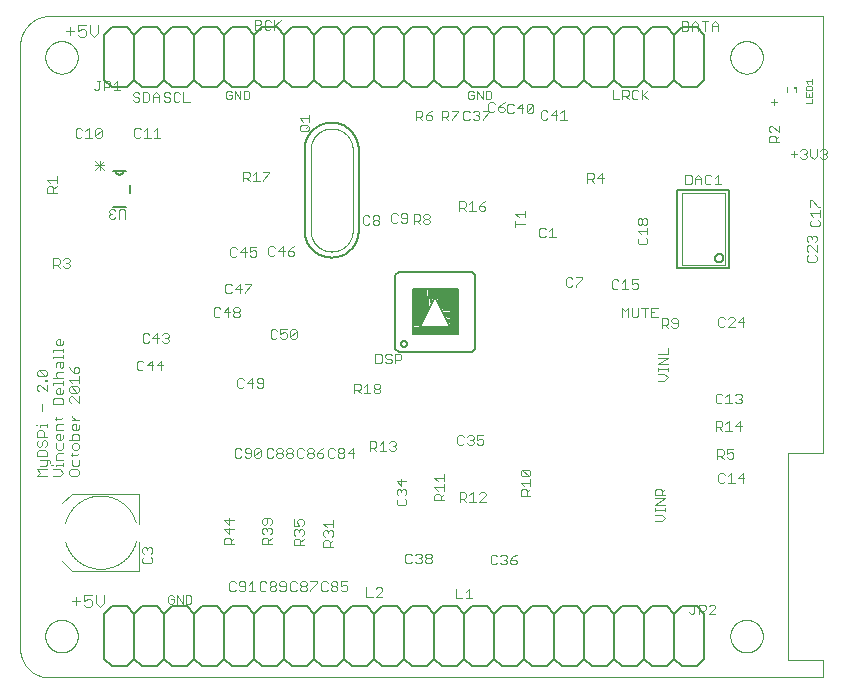
<source format=gto>
G75*
%MOIN*%
%OFA0B0*%
%FSLAX25Y25*%
%IPPOS*%
%LPD*%
%AMOC8*
5,1,8,0,0,1.08239X$1,22.5*
%
%ADD10C,0.00000*%
%ADD11C,0.00300*%
%ADD12C,0.00400*%
%ADD13C,0.00800*%
%ADD14C,0.00500*%
%ADD15R,0.15000X0.02500*%
%ADD16R,0.02500X0.12500*%
%ADD17R,0.05000X0.07500*%
%ADD18R,0.02500X0.05000*%
%ADD19R,0.07500X0.02500*%
%ADD20R,0.02625X0.00687*%
%ADD21R,0.00565X0.05132*%
%ADD22R,0.00646X0.03798*%
%ADD23R,0.00686X0.02909*%
%ADD24R,0.00565X0.01697*%
%ADD25R,0.00525X0.01010*%
%ADD26R,0.00606X0.04768*%
%ADD27R,0.02100X0.01455*%
%ADD28R,0.00444X0.02788*%
%ADD29R,0.00565X0.01778*%
%ADD30R,0.00485X0.01051*%
%ADD31R,0.03271X0.01455*%
%ADD32R,0.02423X0.01010*%
%ADD33R,0.01938X0.00970*%
%ADD34R,0.01575X0.00929*%
%ADD35R,0.01171X0.00970*%
%ADD36R,0.01413X0.00929*%
%ADD37R,0.00848X0.00889*%
%ADD38R,0.02423X0.00606*%
%ADD39R,0.02302X0.00525*%
%ADD40R,0.01857X0.00606*%
%ADD41R,0.01777X0.00970*%
%ADD42R,0.01534X0.00970*%
%ADD43R,0.01211X0.00970*%
%ADD44R,0.00485X0.00929*%
%ADD45R,0.00525X0.00445*%
%ADD46C,0.00600*%
%ADD47R,0.00886X0.00984*%
%ADD48C,0.00200*%
D10*
X0008586Y0012587D02*
X0008586Y0213768D01*
X0008589Y0214006D01*
X0008597Y0214244D01*
X0008612Y0214481D01*
X0008632Y0214718D01*
X0008658Y0214954D01*
X0008689Y0215190D01*
X0008726Y0215425D01*
X0008769Y0215659D01*
X0008818Y0215892D01*
X0008872Y0216124D01*
X0008932Y0216354D01*
X0008997Y0216583D01*
X0009068Y0216810D01*
X0009144Y0217035D01*
X0009226Y0217258D01*
X0009313Y0217480D01*
X0009405Y0217699D01*
X0009503Y0217916D01*
X0009605Y0218130D01*
X0009713Y0218342D01*
X0009827Y0218552D01*
X0009945Y0218758D01*
X0010068Y0218962D01*
X0010196Y0219162D01*
X0010328Y0219359D01*
X0010466Y0219554D01*
X0010608Y0219744D01*
X0010755Y0219932D01*
X0010906Y0220115D01*
X0011061Y0220295D01*
X0011221Y0220471D01*
X0011385Y0220643D01*
X0011554Y0220812D01*
X0011726Y0220976D01*
X0011902Y0221136D01*
X0012082Y0221291D01*
X0012265Y0221442D01*
X0012453Y0221589D01*
X0012643Y0221731D01*
X0012838Y0221869D01*
X0013035Y0222001D01*
X0013235Y0222129D01*
X0013439Y0222252D01*
X0013645Y0222370D01*
X0013855Y0222484D01*
X0014067Y0222592D01*
X0014281Y0222694D01*
X0014498Y0222792D01*
X0014717Y0222884D01*
X0014939Y0222971D01*
X0015162Y0223053D01*
X0015387Y0223129D01*
X0015614Y0223200D01*
X0015843Y0223265D01*
X0016073Y0223325D01*
X0016305Y0223379D01*
X0016538Y0223428D01*
X0016772Y0223471D01*
X0017007Y0223508D01*
X0017243Y0223539D01*
X0017479Y0223565D01*
X0017716Y0223585D01*
X0017953Y0223600D01*
X0018191Y0223608D01*
X0018429Y0223611D01*
X0276303Y0223611D01*
X0276303Y0077942D01*
X0264492Y0077942D01*
X0264492Y0009044D01*
X0276303Y0009044D01*
X0276303Y0003138D01*
X0018429Y0003138D01*
X0018192Y0003136D01*
X0017955Y0003140D01*
X0017719Y0003150D01*
X0017482Y0003165D01*
X0017247Y0003186D01*
X0017011Y0003214D01*
X0016777Y0003246D01*
X0016543Y0003285D01*
X0016311Y0003329D01*
X0016079Y0003379D01*
X0015849Y0003435D01*
X0015620Y0003496D01*
X0015393Y0003563D01*
X0015168Y0003636D01*
X0014944Y0003714D01*
X0014723Y0003797D01*
X0014503Y0003886D01*
X0014286Y0003980D01*
X0014071Y0004079D01*
X0013859Y0004184D01*
X0013649Y0004294D01*
X0013442Y0004409D01*
X0013238Y0004529D01*
X0013037Y0004654D01*
X0012839Y0004784D01*
X0012644Y0004919D01*
X0012453Y0005059D01*
X0012265Y0005203D01*
X0012081Y0005351D01*
X0011900Y0005505D01*
X0011723Y0005662D01*
X0011550Y0005824D01*
X0011382Y0005990D01*
X0011217Y0006160D01*
X0011057Y0006334D01*
X0010900Y0006512D01*
X0010749Y0006694D01*
X0010602Y0006880D01*
X0010459Y0007069D01*
X0010321Y0007261D01*
X0010188Y0007457D01*
X0010060Y0007656D01*
X0009936Y0007858D01*
X0009818Y0008063D01*
X0009704Y0008271D01*
X0009596Y0008482D01*
X0009493Y0008695D01*
X0009396Y0008911D01*
X0009303Y0009129D01*
X0009216Y0009349D01*
X0009135Y0009571D01*
X0009059Y0009796D01*
X0008988Y0010022D01*
X0008923Y0010249D01*
X0008864Y0010478D01*
X0008810Y0010709D01*
X0008762Y0010941D01*
X0008719Y0011174D01*
X0008683Y0011408D01*
X0008652Y0011643D01*
X0008627Y0011878D01*
X0008607Y0012114D01*
X0008594Y0012350D01*
X0008586Y0012587D01*
X0016953Y0016918D02*
X0016955Y0017065D01*
X0016961Y0017211D01*
X0016971Y0017357D01*
X0016985Y0017503D01*
X0017003Y0017649D01*
X0017024Y0017794D01*
X0017050Y0017938D01*
X0017080Y0018082D01*
X0017113Y0018224D01*
X0017150Y0018366D01*
X0017191Y0018507D01*
X0017236Y0018646D01*
X0017285Y0018785D01*
X0017337Y0018922D01*
X0017394Y0019057D01*
X0017453Y0019191D01*
X0017517Y0019323D01*
X0017584Y0019453D01*
X0017654Y0019582D01*
X0017728Y0019709D01*
X0017805Y0019833D01*
X0017886Y0019956D01*
X0017970Y0020076D01*
X0018057Y0020194D01*
X0018147Y0020309D01*
X0018240Y0020422D01*
X0018337Y0020533D01*
X0018436Y0020641D01*
X0018538Y0020746D01*
X0018643Y0020848D01*
X0018751Y0020947D01*
X0018862Y0021044D01*
X0018975Y0021137D01*
X0019090Y0021227D01*
X0019208Y0021314D01*
X0019328Y0021398D01*
X0019451Y0021479D01*
X0019575Y0021556D01*
X0019702Y0021630D01*
X0019831Y0021700D01*
X0019961Y0021767D01*
X0020093Y0021831D01*
X0020227Y0021890D01*
X0020362Y0021947D01*
X0020499Y0021999D01*
X0020638Y0022048D01*
X0020777Y0022093D01*
X0020918Y0022134D01*
X0021060Y0022171D01*
X0021202Y0022204D01*
X0021346Y0022234D01*
X0021490Y0022260D01*
X0021635Y0022281D01*
X0021781Y0022299D01*
X0021927Y0022313D01*
X0022073Y0022323D01*
X0022219Y0022329D01*
X0022366Y0022331D01*
X0022513Y0022329D01*
X0022659Y0022323D01*
X0022805Y0022313D01*
X0022951Y0022299D01*
X0023097Y0022281D01*
X0023242Y0022260D01*
X0023386Y0022234D01*
X0023530Y0022204D01*
X0023672Y0022171D01*
X0023814Y0022134D01*
X0023955Y0022093D01*
X0024094Y0022048D01*
X0024233Y0021999D01*
X0024370Y0021947D01*
X0024505Y0021890D01*
X0024639Y0021831D01*
X0024771Y0021767D01*
X0024901Y0021700D01*
X0025030Y0021630D01*
X0025157Y0021556D01*
X0025281Y0021479D01*
X0025404Y0021398D01*
X0025524Y0021314D01*
X0025642Y0021227D01*
X0025757Y0021137D01*
X0025870Y0021044D01*
X0025981Y0020947D01*
X0026089Y0020848D01*
X0026194Y0020746D01*
X0026296Y0020641D01*
X0026395Y0020533D01*
X0026492Y0020422D01*
X0026585Y0020309D01*
X0026675Y0020194D01*
X0026762Y0020076D01*
X0026846Y0019956D01*
X0026927Y0019833D01*
X0027004Y0019709D01*
X0027078Y0019582D01*
X0027148Y0019453D01*
X0027215Y0019323D01*
X0027279Y0019191D01*
X0027338Y0019057D01*
X0027395Y0018922D01*
X0027447Y0018785D01*
X0027496Y0018646D01*
X0027541Y0018507D01*
X0027582Y0018366D01*
X0027619Y0018224D01*
X0027652Y0018082D01*
X0027682Y0017938D01*
X0027708Y0017794D01*
X0027729Y0017649D01*
X0027747Y0017503D01*
X0027761Y0017357D01*
X0027771Y0017211D01*
X0027777Y0017065D01*
X0027779Y0016918D01*
X0027777Y0016771D01*
X0027771Y0016625D01*
X0027761Y0016479D01*
X0027747Y0016333D01*
X0027729Y0016187D01*
X0027708Y0016042D01*
X0027682Y0015898D01*
X0027652Y0015754D01*
X0027619Y0015612D01*
X0027582Y0015470D01*
X0027541Y0015329D01*
X0027496Y0015190D01*
X0027447Y0015051D01*
X0027395Y0014914D01*
X0027338Y0014779D01*
X0027279Y0014645D01*
X0027215Y0014513D01*
X0027148Y0014383D01*
X0027078Y0014254D01*
X0027004Y0014127D01*
X0026927Y0014003D01*
X0026846Y0013880D01*
X0026762Y0013760D01*
X0026675Y0013642D01*
X0026585Y0013527D01*
X0026492Y0013414D01*
X0026395Y0013303D01*
X0026296Y0013195D01*
X0026194Y0013090D01*
X0026089Y0012988D01*
X0025981Y0012889D01*
X0025870Y0012792D01*
X0025757Y0012699D01*
X0025642Y0012609D01*
X0025524Y0012522D01*
X0025404Y0012438D01*
X0025281Y0012357D01*
X0025157Y0012280D01*
X0025030Y0012206D01*
X0024901Y0012136D01*
X0024771Y0012069D01*
X0024639Y0012005D01*
X0024505Y0011946D01*
X0024370Y0011889D01*
X0024233Y0011837D01*
X0024094Y0011788D01*
X0023955Y0011743D01*
X0023814Y0011702D01*
X0023672Y0011665D01*
X0023530Y0011632D01*
X0023386Y0011602D01*
X0023242Y0011576D01*
X0023097Y0011555D01*
X0022951Y0011537D01*
X0022805Y0011523D01*
X0022659Y0011513D01*
X0022513Y0011507D01*
X0022366Y0011505D01*
X0022219Y0011507D01*
X0022073Y0011513D01*
X0021927Y0011523D01*
X0021781Y0011537D01*
X0021635Y0011555D01*
X0021490Y0011576D01*
X0021346Y0011602D01*
X0021202Y0011632D01*
X0021060Y0011665D01*
X0020918Y0011702D01*
X0020777Y0011743D01*
X0020638Y0011788D01*
X0020499Y0011837D01*
X0020362Y0011889D01*
X0020227Y0011946D01*
X0020093Y0012005D01*
X0019961Y0012069D01*
X0019831Y0012136D01*
X0019702Y0012206D01*
X0019575Y0012280D01*
X0019451Y0012357D01*
X0019328Y0012438D01*
X0019208Y0012522D01*
X0019090Y0012609D01*
X0018975Y0012699D01*
X0018862Y0012792D01*
X0018751Y0012889D01*
X0018643Y0012988D01*
X0018538Y0013090D01*
X0018436Y0013195D01*
X0018337Y0013303D01*
X0018240Y0013414D01*
X0018147Y0013527D01*
X0018057Y0013642D01*
X0017970Y0013760D01*
X0017886Y0013880D01*
X0017805Y0014003D01*
X0017728Y0014127D01*
X0017654Y0014254D01*
X0017584Y0014383D01*
X0017517Y0014513D01*
X0017453Y0014645D01*
X0017394Y0014779D01*
X0017337Y0014914D01*
X0017285Y0015051D01*
X0017236Y0015190D01*
X0017191Y0015329D01*
X0017150Y0015470D01*
X0017113Y0015612D01*
X0017080Y0015754D01*
X0017050Y0015898D01*
X0017024Y0016042D01*
X0017003Y0016187D01*
X0016985Y0016333D01*
X0016971Y0016479D01*
X0016961Y0016625D01*
X0016955Y0016771D01*
X0016953Y0016918D01*
X0245299Y0016918D02*
X0245301Y0017065D01*
X0245307Y0017211D01*
X0245317Y0017357D01*
X0245331Y0017503D01*
X0245349Y0017649D01*
X0245370Y0017794D01*
X0245396Y0017938D01*
X0245426Y0018082D01*
X0245459Y0018224D01*
X0245496Y0018366D01*
X0245537Y0018507D01*
X0245582Y0018646D01*
X0245631Y0018785D01*
X0245683Y0018922D01*
X0245740Y0019057D01*
X0245799Y0019191D01*
X0245863Y0019323D01*
X0245930Y0019453D01*
X0246000Y0019582D01*
X0246074Y0019709D01*
X0246151Y0019833D01*
X0246232Y0019956D01*
X0246316Y0020076D01*
X0246403Y0020194D01*
X0246493Y0020309D01*
X0246586Y0020422D01*
X0246683Y0020533D01*
X0246782Y0020641D01*
X0246884Y0020746D01*
X0246989Y0020848D01*
X0247097Y0020947D01*
X0247208Y0021044D01*
X0247321Y0021137D01*
X0247436Y0021227D01*
X0247554Y0021314D01*
X0247674Y0021398D01*
X0247797Y0021479D01*
X0247921Y0021556D01*
X0248048Y0021630D01*
X0248177Y0021700D01*
X0248307Y0021767D01*
X0248439Y0021831D01*
X0248573Y0021890D01*
X0248708Y0021947D01*
X0248845Y0021999D01*
X0248984Y0022048D01*
X0249123Y0022093D01*
X0249264Y0022134D01*
X0249406Y0022171D01*
X0249548Y0022204D01*
X0249692Y0022234D01*
X0249836Y0022260D01*
X0249981Y0022281D01*
X0250127Y0022299D01*
X0250273Y0022313D01*
X0250419Y0022323D01*
X0250565Y0022329D01*
X0250712Y0022331D01*
X0250859Y0022329D01*
X0251005Y0022323D01*
X0251151Y0022313D01*
X0251297Y0022299D01*
X0251443Y0022281D01*
X0251588Y0022260D01*
X0251732Y0022234D01*
X0251876Y0022204D01*
X0252018Y0022171D01*
X0252160Y0022134D01*
X0252301Y0022093D01*
X0252440Y0022048D01*
X0252579Y0021999D01*
X0252716Y0021947D01*
X0252851Y0021890D01*
X0252985Y0021831D01*
X0253117Y0021767D01*
X0253247Y0021700D01*
X0253376Y0021630D01*
X0253503Y0021556D01*
X0253627Y0021479D01*
X0253750Y0021398D01*
X0253870Y0021314D01*
X0253988Y0021227D01*
X0254103Y0021137D01*
X0254216Y0021044D01*
X0254327Y0020947D01*
X0254435Y0020848D01*
X0254540Y0020746D01*
X0254642Y0020641D01*
X0254741Y0020533D01*
X0254838Y0020422D01*
X0254931Y0020309D01*
X0255021Y0020194D01*
X0255108Y0020076D01*
X0255192Y0019956D01*
X0255273Y0019833D01*
X0255350Y0019709D01*
X0255424Y0019582D01*
X0255494Y0019453D01*
X0255561Y0019323D01*
X0255625Y0019191D01*
X0255684Y0019057D01*
X0255741Y0018922D01*
X0255793Y0018785D01*
X0255842Y0018646D01*
X0255887Y0018507D01*
X0255928Y0018366D01*
X0255965Y0018224D01*
X0255998Y0018082D01*
X0256028Y0017938D01*
X0256054Y0017794D01*
X0256075Y0017649D01*
X0256093Y0017503D01*
X0256107Y0017357D01*
X0256117Y0017211D01*
X0256123Y0017065D01*
X0256125Y0016918D01*
X0256123Y0016771D01*
X0256117Y0016625D01*
X0256107Y0016479D01*
X0256093Y0016333D01*
X0256075Y0016187D01*
X0256054Y0016042D01*
X0256028Y0015898D01*
X0255998Y0015754D01*
X0255965Y0015612D01*
X0255928Y0015470D01*
X0255887Y0015329D01*
X0255842Y0015190D01*
X0255793Y0015051D01*
X0255741Y0014914D01*
X0255684Y0014779D01*
X0255625Y0014645D01*
X0255561Y0014513D01*
X0255494Y0014383D01*
X0255424Y0014254D01*
X0255350Y0014127D01*
X0255273Y0014003D01*
X0255192Y0013880D01*
X0255108Y0013760D01*
X0255021Y0013642D01*
X0254931Y0013527D01*
X0254838Y0013414D01*
X0254741Y0013303D01*
X0254642Y0013195D01*
X0254540Y0013090D01*
X0254435Y0012988D01*
X0254327Y0012889D01*
X0254216Y0012792D01*
X0254103Y0012699D01*
X0253988Y0012609D01*
X0253870Y0012522D01*
X0253750Y0012438D01*
X0253627Y0012357D01*
X0253503Y0012280D01*
X0253376Y0012206D01*
X0253247Y0012136D01*
X0253117Y0012069D01*
X0252985Y0012005D01*
X0252851Y0011946D01*
X0252716Y0011889D01*
X0252579Y0011837D01*
X0252440Y0011788D01*
X0252301Y0011743D01*
X0252160Y0011702D01*
X0252018Y0011665D01*
X0251876Y0011632D01*
X0251732Y0011602D01*
X0251588Y0011576D01*
X0251443Y0011555D01*
X0251297Y0011537D01*
X0251151Y0011523D01*
X0251005Y0011513D01*
X0250859Y0011507D01*
X0250712Y0011505D01*
X0250565Y0011507D01*
X0250419Y0011513D01*
X0250273Y0011523D01*
X0250127Y0011537D01*
X0249981Y0011555D01*
X0249836Y0011576D01*
X0249692Y0011602D01*
X0249548Y0011632D01*
X0249406Y0011665D01*
X0249264Y0011702D01*
X0249123Y0011743D01*
X0248984Y0011788D01*
X0248845Y0011837D01*
X0248708Y0011889D01*
X0248573Y0011946D01*
X0248439Y0012005D01*
X0248307Y0012069D01*
X0248177Y0012136D01*
X0248048Y0012206D01*
X0247921Y0012280D01*
X0247797Y0012357D01*
X0247674Y0012438D01*
X0247554Y0012522D01*
X0247436Y0012609D01*
X0247321Y0012699D01*
X0247208Y0012792D01*
X0247097Y0012889D01*
X0246989Y0012988D01*
X0246884Y0013090D01*
X0246782Y0013195D01*
X0246683Y0013303D01*
X0246586Y0013414D01*
X0246493Y0013527D01*
X0246403Y0013642D01*
X0246316Y0013760D01*
X0246232Y0013880D01*
X0246151Y0014003D01*
X0246074Y0014127D01*
X0246000Y0014254D01*
X0245930Y0014383D01*
X0245863Y0014513D01*
X0245799Y0014645D01*
X0245740Y0014779D01*
X0245683Y0014914D01*
X0245631Y0015051D01*
X0245582Y0015190D01*
X0245537Y0015329D01*
X0245496Y0015470D01*
X0245459Y0015612D01*
X0245426Y0015754D01*
X0245396Y0015898D01*
X0245370Y0016042D01*
X0245349Y0016187D01*
X0245331Y0016333D01*
X0245317Y0016479D01*
X0245307Y0016625D01*
X0245301Y0016771D01*
X0245299Y0016918D01*
X0245299Y0209831D02*
X0245301Y0209978D01*
X0245307Y0210124D01*
X0245317Y0210270D01*
X0245331Y0210416D01*
X0245349Y0210562D01*
X0245370Y0210707D01*
X0245396Y0210851D01*
X0245426Y0210995D01*
X0245459Y0211137D01*
X0245496Y0211279D01*
X0245537Y0211420D01*
X0245582Y0211559D01*
X0245631Y0211698D01*
X0245683Y0211835D01*
X0245740Y0211970D01*
X0245799Y0212104D01*
X0245863Y0212236D01*
X0245930Y0212366D01*
X0246000Y0212495D01*
X0246074Y0212622D01*
X0246151Y0212746D01*
X0246232Y0212869D01*
X0246316Y0212989D01*
X0246403Y0213107D01*
X0246493Y0213222D01*
X0246586Y0213335D01*
X0246683Y0213446D01*
X0246782Y0213554D01*
X0246884Y0213659D01*
X0246989Y0213761D01*
X0247097Y0213860D01*
X0247208Y0213957D01*
X0247321Y0214050D01*
X0247436Y0214140D01*
X0247554Y0214227D01*
X0247674Y0214311D01*
X0247797Y0214392D01*
X0247921Y0214469D01*
X0248048Y0214543D01*
X0248177Y0214613D01*
X0248307Y0214680D01*
X0248439Y0214744D01*
X0248573Y0214803D01*
X0248708Y0214860D01*
X0248845Y0214912D01*
X0248984Y0214961D01*
X0249123Y0215006D01*
X0249264Y0215047D01*
X0249406Y0215084D01*
X0249548Y0215117D01*
X0249692Y0215147D01*
X0249836Y0215173D01*
X0249981Y0215194D01*
X0250127Y0215212D01*
X0250273Y0215226D01*
X0250419Y0215236D01*
X0250565Y0215242D01*
X0250712Y0215244D01*
X0250859Y0215242D01*
X0251005Y0215236D01*
X0251151Y0215226D01*
X0251297Y0215212D01*
X0251443Y0215194D01*
X0251588Y0215173D01*
X0251732Y0215147D01*
X0251876Y0215117D01*
X0252018Y0215084D01*
X0252160Y0215047D01*
X0252301Y0215006D01*
X0252440Y0214961D01*
X0252579Y0214912D01*
X0252716Y0214860D01*
X0252851Y0214803D01*
X0252985Y0214744D01*
X0253117Y0214680D01*
X0253247Y0214613D01*
X0253376Y0214543D01*
X0253503Y0214469D01*
X0253627Y0214392D01*
X0253750Y0214311D01*
X0253870Y0214227D01*
X0253988Y0214140D01*
X0254103Y0214050D01*
X0254216Y0213957D01*
X0254327Y0213860D01*
X0254435Y0213761D01*
X0254540Y0213659D01*
X0254642Y0213554D01*
X0254741Y0213446D01*
X0254838Y0213335D01*
X0254931Y0213222D01*
X0255021Y0213107D01*
X0255108Y0212989D01*
X0255192Y0212869D01*
X0255273Y0212746D01*
X0255350Y0212622D01*
X0255424Y0212495D01*
X0255494Y0212366D01*
X0255561Y0212236D01*
X0255625Y0212104D01*
X0255684Y0211970D01*
X0255741Y0211835D01*
X0255793Y0211698D01*
X0255842Y0211559D01*
X0255887Y0211420D01*
X0255928Y0211279D01*
X0255965Y0211137D01*
X0255998Y0210995D01*
X0256028Y0210851D01*
X0256054Y0210707D01*
X0256075Y0210562D01*
X0256093Y0210416D01*
X0256107Y0210270D01*
X0256117Y0210124D01*
X0256123Y0209978D01*
X0256125Y0209831D01*
X0256123Y0209684D01*
X0256117Y0209538D01*
X0256107Y0209392D01*
X0256093Y0209246D01*
X0256075Y0209100D01*
X0256054Y0208955D01*
X0256028Y0208811D01*
X0255998Y0208667D01*
X0255965Y0208525D01*
X0255928Y0208383D01*
X0255887Y0208242D01*
X0255842Y0208103D01*
X0255793Y0207964D01*
X0255741Y0207827D01*
X0255684Y0207692D01*
X0255625Y0207558D01*
X0255561Y0207426D01*
X0255494Y0207296D01*
X0255424Y0207167D01*
X0255350Y0207040D01*
X0255273Y0206916D01*
X0255192Y0206793D01*
X0255108Y0206673D01*
X0255021Y0206555D01*
X0254931Y0206440D01*
X0254838Y0206327D01*
X0254741Y0206216D01*
X0254642Y0206108D01*
X0254540Y0206003D01*
X0254435Y0205901D01*
X0254327Y0205802D01*
X0254216Y0205705D01*
X0254103Y0205612D01*
X0253988Y0205522D01*
X0253870Y0205435D01*
X0253750Y0205351D01*
X0253627Y0205270D01*
X0253503Y0205193D01*
X0253376Y0205119D01*
X0253247Y0205049D01*
X0253117Y0204982D01*
X0252985Y0204918D01*
X0252851Y0204859D01*
X0252716Y0204802D01*
X0252579Y0204750D01*
X0252440Y0204701D01*
X0252301Y0204656D01*
X0252160Y0204615D01*
X0252018Y0204578D01*
X0251876Y0204545D01*
X0251732Y0204515D01*
X0251588Y0204489D01*
X0251443Y0204468D01*
X0251297Y0204450D01*
X0251151Y0204436D01*
X0251005Y0204426D01*
X0250859Y0204420D01*
X0250712Y0204418D01*
X0250565Y0204420D01*
X0250419Y0204426D01*
X0250273Y0204436D01*
X0250127Y0204450D01*
X0249981Y0204468D01*
X0249836Y0204489D01*
X0249692Y0204515D01*
X0249548Y0204545D01*
X0249406Y0204578D01*
X0249264Y0204615D01*
X0249123Y0204656D01*
X0248984Y0204701D01*
X0248845Y0204750D01*
X0248708Y0204802D01*
X0248573Y0204859D01*
X0248439Y0204918D01*
X0248307Y0204982D01*
X0248177Y0205049D01*
X0248048Y0205119D01*
X0247921Y0205193D01*
X0247797Y0205270D01*
X0247674Y0205351D01*
X0247554Y0205435D01*
X0247436Y0205522D01*
X0247321Y0205612D01*
X0247208Y0205705D01*
X0247097Y0205802D01*
X0246989Y0205901D01*
X0246884Y0206003D01*
X0246782Y0206108D01*
X0246683Y0206216D01*
X0246586Y0206327D01*
X0246493Y0206440D01*
X0246403Y0206555D01*
X0246316Y0206673D01*
X0246232Y0206793D01*
X0246151Y0206916D01*
X0246074Y0207040D01*
X0246000Y0207167D01*
X0245930Y0207296D01*
X0245863Y0207426D01*
X0245799Y0207558D01*
X0245740Y0207692D01*
X0245683Y0207827D01*
X0245631Y0207964D01*
X0245582Y0208103D01*
X0245537Y0208242D01*
X0245496Y0208383D01*
X0245459Y0208525D01*
X0245426Y0208667D01*
X0245396Y0208811D01*
X0245370Y0208955D01*
X0245349Y0209100D01*
X0245331Y0209246D01*
X0245317Y0209392D01*
X0245307Y0209538D01*
X0245301Y0209684D01*
X0245299Y0209831D01*
X0016953Y0209831D02*
X0016955Y0209978D01*
X0016961Y0210124D01*
X0016971Y0210270D01*
X0016985Y0210416D01*
X0017003Y0210562D01*
X0017024Y0210707D01*
X0017050Y0210851D01*
X0017080Y0210995D01*
X0017113Y0211137D01*
X0017150Y0211279D01*
X0017191Y0211420D01*
X0017236Y0211559D01*
X0017285Y0211698D01*
X0017337Y0211835D01*
X0017394Y0211970D01*
X0017453Y0212104D01*
X0017517Y0212236D01*
X0017584Y0212366D01*
X0017654Y0212495D01*
X0017728Y0212622D01*
X0017805Y0212746D01*
X0017886Y0212869D01*
X0017970Y0212989D01*
X0018057Y0213107D01*
X0018147Y0213222D01*
X0018240Y0213335D01*
X0018337Y0213446D01*
X0018436Y0213554D01*
X0018538Y0213659D01*
X0018643Y0213761D01*
X0018751Y0213860D01*
X0018862Y0213957D01*
X0018975Y0214050D01*
X0019090Y0214140D01*
X0019208Y0214227D01*
X0019328Y0214311D01*
X0019451Y0214392D01*
X0019575Y0214469D01*
X0019702Y0214543D01*
X0019831Y0214613D01*
X0019961Y0214680D01*
X0020093Y0214744D01*
X0020227Y0214803D01*
X0020362Y0214860D01*
X0020499Y0214912D01*
X0020638Y0214961D01*
X0020777Y0215006D01*
X0020918Y0215047D01*
X0021060Y0215084D01*
X0021202Y0215117D01*
X0021346Y0215147D01*
X0021490Y0215173D01*
X0021635Y0215194D01*
X0021781Y0215212D01*
X0021927Y0215226D01*
X0022073Y0215236D01*
X0022219Y0215242D01*
X0022366Y0215244D01*
X0022513Y0215242D01*
X0022659Y0215236D01*
X0022805Y0215226D01*
X0022951Y0215212D01*
X0023097Y0215194D01*
X0023242Y0215173D01*
X0023386Y0215147D01*
X0023530Y0215117D01*
X0023672Y0215084D01*
X0023814Y0215047D01*
X0023955Y0215006D01*
X0024094Y0214961D01*
X0024233Y0214912D01*
X0024370Y0214860D01*
X0024505Y0214803D01*
X0024639Y0214744D01*
X0024771Y0214680D01*
X0024901Y0214613D01*
X0025030Y0214543D01*
X0025157Y0214469D01*
X0025281Y0214392D01*
X0025404Y0214311D01*
X0025524Y0214227D01*
X0025642Y0214140D01*
X0025757Y0214050D01*
X0025870Y0213957D01*
X0025981Y0213860D01*
X0026089Y0213761D01*
X0026194Y0213659D01*
X0026296Y0213554D01*
X0026395Y0213446D01*
X0026492Y0213335D01*
X0026585Y0213222D01*
X0026675Y0213107D01*
X0026762Y0212989D01*
X0026846Y0212869D01*
X0026927Y0212746D01*
X0027004Y0212622D01*
X0027078Y0212495D01*
X0027148Y0212366D01*
X0027215Y0212236D01*
X0027279Y0212104D01*
X0027338Y0211970D01*
X0027395Y0211835D01*
X0027447Y0211698D01*
X0027496Y0211559D01*
X0027541Y0211420D01*
X0027582Y0211279D01*
X0027619Y0211137D01*
X0027652Y0210995D01*
X0027682Y0210851D01*
X0027708Y0210707D01*
X0027729Y0210562D01*
X0027747Y0210416D01*
X0027761Y0210270D01*
X0027771Y0210124D01*
X0027777Y0209978D01*
X0027779Y0209831D01*
X0027777Y0209684D01*
X0027771Y0209538D01*
X0027761Y0209392D01*
X0027747Y0209246D01*
X0027729Y0209100D01*
X0027708Y0208955D01*
X0027682Y0208811D01*
X0027652Y0208667D01*
X0027619Y0208525D01*
X0027582Y0208383D01*
X0027541Y0208242D01*
X0027496Y0208103D01*
X0027447Y0207964D01*
X0027395Y0207827D01*
X0027338Y0207692D01*
X0027279Y0207558D01*
X0027215Y0207426D01*
X0027148Y0207296D01*
X0027078Y0207167D01*
X0027004Y0207040D01*
X0026927Y0206916D01*
X0026846Y0206793D01*
X0026762Y0206673D01*
X0026675Y0206555D01*
X0026585Y0206440D01*
X0026492Y0206327D01*
X0026395Y0206216D01*
X0026296Y0206108D01*
X0026194Y0206003D01*
X0026089Y0205901D01*
X0025981Y0205802D01*
X0025870Y0205705D01*
X0025757Y0205612D01*
X0025642Y0205522D01*
X0025524Y0205435D01*
X0025404Y0205351D01*
X0025281Y0205270D01*
X0025157Y0205193D01*
X0025030Y0205119D01*
X0024901Y0205049D01*
X0024771Y0204982D01*
X0024639Y0204918D01*
X0024505Y0204859D01*
X0024370Y0204802D01*
X0024233Y0204750D01*
X0024094Y0204701D01*
X0023955Y0204656D01*
X0023814Y0204615D01*
X0023672Y0204578D01*
X0023530Y0204545D01*
X0023386Y0204515D01*
X0023242Y0204489D01*
X0023097Y0204468D01*
X0022951Y0204450D01*
X0022805Y0204436D01*
X0022659Y0204426D01*
X0022513Y0204420D01*
X0022366Y0204418D01*
X0022219Y0204420D01*
X0022073Y0204426D01*
X0021927Y0204436D01*
X0021781Y0204450D01*
X0021635Y0204468D01*
X0021490Y0204489D01*
X0021346Y0204515D01*
X0021202Y0204545D01*
X0021060Y0204578D01*
X0020918Y0204615D01*
X0020777Y0204656D01*
X0020638Y0204701D01*
X0020499Y0204750D01*
X0020362Y0204802D01*
X0020227Y0204859D01*
X0020093Y0204918D01*
X0019961Y0204982D01*
X0019831Y0205049D01*
X0019702Y0205119D01*
X0019575Y0205193D01*
X0019451Y0205270D01*
X0019328Y0205351D01*
X0019208Y0205435D01*
X0019090Y0205522D01*
X0018975Y0205612D01*
X0018862Y0205705D01*
X0018751Y0205802D01*
X0018643Y0205901D01*
X0018538Y0206003D01*
X0018436Y0206108D01*
X0018337Y0206216D01*
X0018240Y0206327D01*
X0018147Y0206440D01*
X0018057Y0206555D01*
X0017970Y0206673D01*
X0017886Y0206793D01*
X0017805Y0206916D01*
X0017728Y0207040D01*
X0017654Y0207167D01*
X0017584Y0207296D01*
X0017517Y0207426D01*
X0017453Y0207558D01*
X0017394Y0207692D01*
X0017337Y0207827D01*
X0017285Y0207964D01*
X0017236Y0208103D01*
X0017191Y0208242D01*
X0017150Y0208383D01*
X0017113Y0208525D01*
X0017080Y0208667D01*
X0017050Y0208811D01*
X0017024Y0208955D01*
X0017003Y0209100D01*
X0016985Y0209246D01*
X0016971Y0209392D01*
X0016961Y0209538D01*
X0016955Y0209684D01*
X0016953Y0209831D01*
D11*
X0025283Y0217347D02*
X0025283Y0220036D01*
X0023939Y0218691D02*
X0026628Y0218691D01*
X0027926Y0218691D02*
X0029271Y0219364D01*
X0029943Y0219364D01*
X0030616Y0218691D01*
X0030616Y0217347D01*
X0029943Y0216674D01*
X0028599Y0216674D01*
X0027926Y0217347D01*
X0027926Y0218691D02*
X0027926Y0220708D01*
X0030616Y0220708D01*
X0031914Y0220708D02*
X0031914Y0218019D01*
X0033259Y0216674D01*
X0034603Y0218019D01*
X0034603Y0220708D01*
X0034105Y0186318D02*
X0035187Y0186318D01*
X0035728Y0185777D01*
X0033564Y0183613D01*
X0034105Y0183072D01*
X0035187Y0183072D01*
X0035728Y0183613D01*
X0035728Y0185777D01*
X0034105Y0186318D02*
X0033564Y0185777D01*
X0033564Y0183613D01*
X0032466Y0183072D02*
X0030302Y0183072D01*
X0031384Y0183072D02*
X0031384Y0186318D01*
X0030302Y0185236D01*
X0029203Y0185777D02*
X0028662Y0186318D01*
X0027580Y0186318D01*
X0027039Y0185777D01*
X0027039Y0183613D01*
X0027580Y0183072D01*
X0028662Y0183072D01*
X0029203Y0183613D01*
X0033486Y0175443D02*
X0036622Y0172307D01*
X0035054Y0172307D02*
X0035054Y0175443D01*
X0036622Y0175443D02*
X0033486Y0172307D01*
X0033486Y0173875D02*
X0036622Y0173875D01*
X0046650Y0183633D02*
X0047191Y0183092D01*
X0048273Y0183092D01*
X0048814Y0183633D01*
X0049912Y0183092D02*
X0052076Y0183092D01*
X0050994Y0183092D02*
X0050994Y0186338D01*
X0049912Y0185256D01*
X0048814Y0185797D02*
X0048273Y0186338D01*
X0047191Y0186338D01*
X0046650Y0185797D01*
X0046650Y0183633D01*
X0053175Y0183092D02*
X0055339Y0183092D01*
X0054257Y0183092D02*
X0054257Y0186338D01*
X0053175Y0185256D01*
X0082944Y0171751D02*
X0082944Y0168505D01*
X0082944Y0169587D02*
X0084567Y0169587D01*
X0085109Y0170128D01*
X0085109Y0171210D01*
X0084567Y0171751D01*
X0082944Y0171751D01*
X0084026Y0169587D02*
X0085109Y0168505D01*
X0086207Y0168505D02*
X0088371Y0168505D01*
X0087289Y0168505D02*
X0087289Y0171751D01*
X0086207Y0170669D01*
X0089470Y0171751D02*
X0091634Y0171751D01*
X0091634Y0171210D01*
X0089470Y0169046D01*
X0089470Y0168505D01*
X0091817Y0146830D02*
X0091276Y0146289D01*
X0091276Y0144125D01*
X0091817Y0143584D01*
X0092899Y0143584D01*
X0093440Y0144125D01*
X0094538Y0145207D02*
X0096702Y0145207D01*
X0097801Y0145207D02*
X0099424Y0145207D01*
X0099965Y0144666D01*
X0099965Y0144125D01*
X0099424Y0143584D01*
X0098342Y0143584D01*
X0097801Y0144125D01*
X0097801Y0145207D01*
X0098883Y0146289D01*
X0099965Y0146830D01*
X0096161Y0146830D02*
X0096161Y0143584D01*
X0094538Y0145207D02*
X0096161Y0146830D01*
X0093440Y0146289D02*
X0092899Y0146830D01*
X0091817Y0146830D01*
X0087303Y0146554D02*
X0085139Y0146554D01*
X0085139Y0144931D01*
X0086221Y0145472D01*
X0086762Y0145472D01*
X0087303Y0144931D01*
X0087303Y0143849D01*
X0086762Y0143308D01*
X0085680Y0143308D01*
X0085139Y0143849D01*
X0084040Y0144931D02*
X0081876Y0144931D01*
X0083499Y0146554D01*
X0083499Y0143308D01*
X0080778Y0143849D02*
X0080237Y0143308D01*
X0079155Y0143308D01*
X0078614Y0143849D01*
X0078614Y0146013D01*
X0079155Y0146554D01*
X0080237Y0146554D01*
X0080778Y0146013D01*
X0081850Y0134369D02*
X0080227Y0132746D01*
X0082391Y0132746D01*
X0083490Y0131664D02*
X0083490Y0131123D01*
X0083490Y0131664D02*
X0085654Y0133828D01*
X0085654Y0134369D01*
X0083490Y0134369D01*
X0081850Y0134369D02*
X0081850Y0131123D01*
X0079129Y0131664D02*
X0078588Y0131123D01*
X0077506Y0131123D01*
X0076965Y0131664D01*
X0076965Y0133828D01*
X0077506Y0134369D01*
X0078588Y0134369D01*
X0079129Y0133828D01*
X0080168Y0126475D02*
X0081250Y0126475D01*
X0081791Y0125934D01*
X0081791Y0125393D01*
X0081250Y0124852D01*
X0080168Y0124852D01*
X0079627Y0125393D01*
X0079627Y0125934D01*
X0080168Y0126475D01*
X0080168Y0124852D02*
X0079627Y0124311D01*
X0079627Y0123770D01*
X0080168Y0123229D01*
X0081250Y0123229D01*
X0081791Y0123770D01*
X0081791Y0124311D01*
X0081250Y0124852D01*
X0078529Y0124852D02*
X0076365Y0124852D01*
X0077988Y0126475D01*
X0077988Y0123229D01*
X0075266Y0123770D02*
X0074725Y0123229D01*
X0073643Y0123229D01*
X0073102Y0123770D01*
X0073102Y0125934D01*
X0073643Y0126475D01*
X0074725Y0126475D01*
X0075266Y0125934D01*
X0092063Y0118730D02*
X0092063Y0116566D01*
X0092604Y0116025D01*
X0093686Y0116025D01*
X0094227Y0116566D01*
X0095326Y0116566D02*
X0095867Y0116025D01*
X0096949Y0116025D01*
X0097490Y0116566D01*
X0097490Y0117648D01*
X0096949Y0118189D01*
X0096408Y0118189D01*
X0095326Y0117648D01*
X0095326Y0119271D01*
X0097490Y0119271D01*
X0098588Y0118730D02*
X0099129Y0119271D01*
X0100211Y0119271D01*
X0100752Y0118730D01*
X0098588Y0116566D01*
X0099129Y0116025D01*
X0100211Y0116025D01*
X0100752Y0116566D01*
X0100752Y0118730D01*
X0098588Y0118730D02*
X0098588Y0116566D01*
X0094227Y0118730D02*
X0093686Y0119271D01*
X0092604Y0119271D01*
X0092063Y0118730D01*
X0089050Y0102873D02*
X0087968Y0102873D01*
X0087427Y0102332D01*
X0087427Y0101791D01*
X0087968Y0101250D01*
X0089591Y0101250D01*
X0089591Y0100168D02*
X0089591Y0102332D01*
X0089050Y0102873D01*
X0089591Y0100168D02*
X0089050Y0099627D01*
X0087968Y0099627D01*
X0087427Y0100168D01*
X0086328Y0101250D02*
X0084164Y0101250D01*
X0085787Y0102873D01*
X0085787Y0099627D01*
X0083066Y0100168D02*
X0082525Y0099627D01*
X0081443Y0099627D01*
X0080902Y0100168D01*
X0080902Y0102332D01*
X0081443Y0102873D01*
X0082525Y0102873D01*
X0083066Y0102332D01*
X0056201Y0107136D02*
X0054037Y0107136D01*
X0055660Y0108759D01*
X0055660Y0105513D01*
X0052938Y0107136D02*
X0050774Y0107136D01*
X0052397Y0108759D01*
X0052397Y0105513D01*
X0049675Y0106054D02*
X0049134Y0105513D01*
X0048052Y0105513D01*
X0047511Y0106054D01*
X0047511Y0108218D01*
X0048052Y0108759D01*
X0049134Y0108759D01*
X0049675Y0108218D01*
X0049947Y0114588D02*
X0049406Y0115129D01*
X0049406Y0117293D01*
X0049947Y0117834D01*
X0051029Y0117834D01*
X0051570Y0117293D01*
X0052668Y0116211D02*
X0054832Y0116211D01*
X0055931Y0117293D02*
X0056472Y0117834D01*
X0057554Y0117834D01*
X0058095Y0117293D01*
X0058095Y0116752D01*
X0057554Y0116211D01*
X0058095Y0115670D01*
X0058095Y0115129D01*
X0057554Y0114588D01*
X0056472Y0114588D01*
X0055931Y0115129D01*
X0057013Y0116211D02*
X0057554Y0116211D01*
X0054291Y0114588D02*
X0054291Y0117834D01*
X0052668Y0116211D01*
X0051570Y0115129D02*
X0051029Y0114588D01*
X0049947Y0114588D01*
X0028121Y0106184D02*
X0027580Y0106725D01*
X0027039Y0106725D01*
X0026498Y0106184D01*
X0026498Y0104561D01*
X0027580Y0104561D01*
X0028121Y0105102D01*
X0028121Y0106184D01*
X0026498Y0104561D02*
X0025416Y0105643D01*
X0024875Y0106725D01*
X0022806Y0106733D02*
X0022806Y0108357D01*
X0021183Y0108357D01*
X0020642Y0107816D01*
X0020642Y0106733D01*
X0021724Y0106733D02*
X0021724Y0108357D01*
X0022806Y0109455D02*
X0022806Y0110537D01*
X0022806Y0109996D02*
X0019560Y0109996D01*
X0019560Y0109455D01*
X0019560Y0111630D02*
X0019560Y0112171D01*
X0022806Y0112171D01*
X0022806Y0111630D02*
X0022806Y0112712D01*
X0022265Y0113805D02*
X0021183Y0113805D01*
X0020642Y0114346D01*
X0020642Y0115428D01*
X0021183Y0115969D01*
X0021724Y0115969D01*
X0021724Y0113805D01*
X0022265Y0113805D02*
X0022806Y0114346D01*
X0022806Y0115428D01*
X0022806Y0106733D02*
X0022265Y0106192D01*
X0021724Y0106733D01*
X0021183Y0105094D02*
X0022806Y0105094D01*
X0021183Y0105094D02*
X0020642Y0104553D01*
X0020642Y0103471D01*
X0021183Y0102930D01*
X0019560Y0102930D02*
X0022806Y0102930D01*
X0022806Y0101837D02*
X0022806Y0100755D01*
X0022806Y0101296D02*
X0019560Y0101296D01*
X0019560Y0100755D01*
X0021183Y0099656D02*
X0021724Y0099656D01*
X0021724Y0097492D01*
X0021183Y0097492D02*
X0020642Y0098033D01*
X0020642Y0099115D01*
X0021183Y0099656D01*
X0022806Y0099115D02*
X0022806Y0098033D01*
X0022265Y0097492D01*
X0021183Y0097492D01*
X0022265Y0096394D02*
X0020101Y0096394D01*
X0019560Y0095853D01*
X0019560Y0094230D01*
X0022806Y0094230D01*
X0022806Y0095853D01*
X0022265Y0096394D01*
X0024875Y0096396D02*
X0024875Y0095314D01*
X0025416Y0094773D01*
X0024875Y0096396D02*
X0025416Y0096937D01*
X0025957Y0096937D01*
X0028121Y0094773D01*
X0028121Y0096937D01*
X0027580Y0098036D02*
X0025416Y0098036D01*
X0024875Y0098577D01*
X0024875Y0099659D01*
X0025416Y0100200D01*
X0027580Y0098036D01*
X0028121Y0098577D01*
X0028121Y0099659D01*
X0027580Y0100200D01*
X0025416Y0100200D01*
X0025957Y0101299D02*
X0024875Y0102381D01*
X0028121Y0102381D01*
X0028121Y0101299D02*
X0028121Y0103463D01*
X0017491Y0104015D02*
X0016950Y0103474D01*
X0014786Y0105638D01*
X0016950Y0105638D01*
X0017491Y0105097D01*
X0017491Y0104015D01*
X0016950Y0103474D02*
X0014786Y0103474D01*
X0014245Y0104015D01*
X0014245Y0105097D01*
X0014786Y0105638D01*
X0016950Y0102383D02*
X0017491Y0102383D01*
X0017491Y0101842D01*
X0016950Y0101842D01*
X0016950Y0102383D01*
X0017491Y0100744D02*
X0017491Y0098580D01*
X0015327Y0100744D01*
X0014786Y0100744D01*
X0014245Y0100203D01*
X0014245Y0099121D01*
X0014786Y0098580D01*
X0015868Y0094218D02*
X0015868Y0092054D01*
X0020101Y0089333D02*
X0022265Y0089333D01*
X0022806Y0089874D01*
X0020642Y0089874D02*
X0020642Y0088792D01*
X0021183Y0087693D02*
X0022806Y0087693D01*
X0021183Y0087693D02*
X0020642Y0087152D01*
X0020642Y0085529D01*
X0022806Y0085529D01*
X0021724Y0084431D02*
X0021724Y0082267D01*
X0021183Y0082267D02*
X0020642Y0082808D01*
X0020642Y0083890D01*
X0021183Y0084431D01*
X0021724Y0084431D01*
X0022806Y0083890D02*
X0022806Y0082808D01*
X0022265Y0082267D01*
X0021183Y0082267D01*
X0020642Y0081168D02*
X0020642Y0079545D01*
X0021183Y0079004D01*
X0022265Y0079004D01*
X0022806Y0079545D01*
X0022806Y0081168D01*
X0024875Y0082267D02*
X0028121Y0082267D01*
X0028121Y0083890D01*
X0027580Y0084431D01*
X0026498Y0084431D01*
X0025957Y0083890D01*
X0025957Y0082267D01*
X0026498Y0081168D02*
X0025957Y0080627D01*
X0025957Y0079545D01*
X0026498Y0079004D01*
X0027580Y0079004D01*
X0028121Y0079545D01*
X0028121Y0080627D01*
X0027580Y0081168D01*
X0026498Y0081168D01*
X0025957Y0077911D02*
X0025957Y0076829D01*
X0025416Y0077370D02*
X0027580Y0077370D01*
X0028121Y0077911D01*
X0028121Y0075730D02*
X0028121Y0074107D01*
X0027580Y0073566D01*
X0026498Y0073566D01*
X0025957Y0074107D01*
X0025957Y0075730D01*
X0022806Y0075741D02*
X0020642Y0075741D01*
X0020642Y0077364D01*
X0021183Y0077905D01*
X0022806Y0077905D01*
X0018573Y0075189D02*
X0018573Y0074648D01*
X0018573Y0075189D02*
X0018032Y0075730D01*
X0015327Y0075730D01*
X0014245Y0076829D02*
X0014245Y0078452D01*
X0014786Y0078993D01*
X0016950Y0078993D01*
X0017491Y0078452D01*
X0017491Y0076829D01*
X0014245Y0076829D01*
X0015327Y0073566D02*
X0016950Y0073566D01*
X0017491Y0074107D01*
X0017491Y0075730D01*
X0019019Y0074107D02*
X0019560Y0074107D01*
X0020642Y0074107D02*
X0022806Y0074107D01*
X0022806Y0073566D02*
X0022806Y0074648D01*
X0020642Y0074107D02*
X0020642Y0073566D01*
X0021724Y0072468D02*
X0019560Y0072468D01*
X0017491Y0072468D02*
X0014245Y0072468D01*
X0015327Y0071386D01*
X0014245Y0070304D01*
X0017491Y0070304D01*
X0019560Y0070304D02*
X0021724Y0070304D01*
X0022806Y0071386D01*
X0021724Y0072468D01*
X0024875Y0071927D02*
X0025416Y0072468D01*
X0027580Y0072468D01*
X0028121Y0071927D01*
X0028121Y0070845D01*
X0027580Y0070304D01*
X0025416Y0070304D01*
X0024875Y0070845D01*
X0024875Y0071927D01*
X0016950Y0080091D02*
X0017491Y0080632D01*
X0017491Y0081715D01*
X0016950Y0082256D01*
X0016409Y0082256D01*
X0015868Y0081715D01*
X0015868Y0080632D01*
X0015327Y0080091D01*
X0014786Y0080091D01*
X0014245Y0080632D01*
X0014245Y0081715D01*
X0014786Y0082256D01*
X0014245Y0083354D02*
X0014245Y0084977D01*
X0014786Y0085518D01*
X0015868Y0085518D01*
X0016409Y0084977D01*
X0016409Y0083354D01*
X0017491Y0083354D02*
X0014245Y0083354D01*
X0015327Y0086617D02*
X0015327Y0087158D01*
X0017491Y0087158D01*
X0017491Y0086617D02*
X0017491Y0087699D01*
X0014245Y0087158D02*
X0013704Y0087158D01*
X0025957Y0087152D02*
X0025957Y0086070D01*
X0026498Y0085529D01*
X0027580Y0085529D01*
X0028121Y0086070D01*
X0028121Y0087152D01*
X0027039Y0087693D02*
X0027039Y0085529D01*
X0025957Y0087152D02*
X0026498Y0087693D01*
X0027039Y0087693D01*
X0027039Y0088792D02*
X0025957Y0089874D01*
X0025957Y0090415D01*
X0025957Y0088792D02*
X0028121Y0088792D01*
X0076588Y0055724D02*
X0078211Y0054101D01*
X0078211Y0056265D01*
X0079834Y0055724D02*
X0076588Y0055724D01*
X0078211Y0053002D02*
X0078211Y0050838D01*
X0076588Y0052461D01*
X0079834Y0052461D01*
X0079834Y0049739D02*
X0078752Y0048657D01*
X0078752Y0049198D02*
X0078752Y0047575D01*
X0079834Y0047575D02*
X0076588Y0047575D01*
X0076588Y0049198D01*
X0077129Y0049739D01*
X0078211Y0049739D01*
X0078752Y0049198D01*
X0089186Y0049198D02*
X0089186Y0047575D01*
X0092432Y0047575D01*
X0091350Y0047575D02*
X0091350Y0049198D01*
X0090809Y0049739D01*
X0089727Y0049739D01*
X0089186Y0049198D01*
X0089727Y0050838D02*
X0089186Y0051379D01*
X0089186Y0052461D01*
X0089727Y0053002D01*
X0090268Y0053002D01*
X0090809Y0052461D01*
X0091350Y0053002D01*
X0091891Y0053002D01*
X0092432Y0052461D01*
X0092432Y0051379D01*
X0091891Y0050838D01*
X0092432Y0049739D02*
X0091350Y0048657D01*
X0090809Y0051920D02*
X0090809Y0052461D01*
X0090268Y0054101D02*
X0090809Y0054642D01*
X0090809Y0056265D01*
X0091891Y0056265D02*
X0089727Y0056265D01*
X0089186Y0055724D01*
X0089186Y0054642D01*
X0089727Y0054101D01*
X0090268Y0054101D01*
X0091891Y0054101D02*
X0092432Y0054642D01*
X0092432Y0055724D01*
X0091891Y0056265D01*
X0099816Y0055871D02*
X0099816Y0053707D01*
X0101439Y0053707D01*
X0100898Y0054789D01*
X0100898Y0055330D01*
X0101439Y0055871D01*
X0102521Y0055871D01*
X0103062Y0055330D01*
X0103062Y0054248D01*
X0102521Y0053707D01*
X0102521Y0052608D02*
X0103062Y0052067D01*
X0103062Y0050985D01*
X0102521Y0050444D01*
X0103062Y0049346D02*
X0101980Y0048264D01*
X0101980Y0048805D02*
X0101980Y0047182D01*
X0103062Y0047182D02*
X0099816Y0047182D01*
X0099816Y0048805D01*
X0100357Y0049346D01*
X0101439Y0049346D01*
X0101980Y0048805D01*
X0100357Y0050444D02*
X0099816Y0050985D01*
X0099816Y0052067D01*
X0100357Y0052608D01*
X0100898Y0052608D01*
X0101439Y0052067D01*
X0101980Y0052608D01*
X0102521Y0052608D01*
X0101439Y0052067D02*
X0101439Y0051526D01*
X0109659Y0051674D02*
X0110200Y0052215D01*
X0110741Y0052215D01*
X0111282Y0051674D01*
X0111823Y0052215D01*
X0112364Y0052215D01*
X0112905Y0051674D01*
X0112905Y0050592D01*
X0112364Y0050051D01*
X0112905Y0048952D02*
X0111823Y0047870D01*
X0111823Y0048411D02*
X0111823Y0046788D01*
X0112905Y0046788D02*
X0109659Y0046788D01*
X0109659Y0048411D01*
X0110200Y0048952D01*
X0111282Y0048952D01*
X0111823Y0048411D01*
X0110200Y0050051D02*
X0109659Y0050592D01*
X0109659Y0051674D01*
X0111282Y0051674D02*
X0111282Y0051133D01*
X0110741Y0053313D02*
X0109659Y0054395D01*
X0112905Y0054395D01*
X0112905Y0053313D02*
X0112905Y0055477D01*
X0134068Y0061109D02*
X0134609Y0060568D01*
X0136773Y0060568D01*
X0137314Y0061109D01*
X0137314Y0062191D01*
X0136773Y0062732D01*
X0136773Y0063830D02*
X0137314Y0064371D01*
X0137314Y0065453D01*
X0136773Y0065994D01*
X0136232Y0065994D01*
X0135691Y0065453D01*
X0135691Y0064912D01*
X0135691Y0065453D02*
X0135150Y0065994D01*
X0134609Y0065994D01*
X0134068Y0065453D01*
X0134068Y0064371D01*
X0134609Y0063830D01*
X0134609Y0062732D02*
X0134068Y0062191D01*
X0134068Y0061109D01*
X0135691Y0067093D02*
X0135691Y0069257D01*
X0134068Y0068716D02*
X0135691Y0067093D01*
X0137314Y0068716D02*
X0134068Y0068716D01*
X0133282Y0078623D02*
X0132200Y0078623D01*
X0131659Y0079164D01*
X0130561Y0078623D02*
X0128397Y0078623D01*
X0129479Y0078623D02*
X0129479Y0081869D01*
X0128397Y0080787D01*
X0127298Y0080246D02*
X0126757Y0079705D01*
X0125134Y0079705D01*
X0125134Y0078623D02*
X0125134Y0081869D01*
X0126757Y0081869D01*
X0127298Y0081328D01*
X0127298Y0080246D01*
X0126216Y0079705D02*
X0127298Y0078623D01*
X0131659Y0081328D02*
X0132200Y0081869D01*
X0133282Y0081869D01*
X0133823Y0081328D01*
X0133823Y0080787D01*
X0133282Y0080246D01*
X0133823Y0079705D01*
X0133823Y0079164D01*
X0133282Y0078623D01*
X0133282Y0080246D02*
X0132741Y0080246D01*
X0119906Y0078022D02*
X0117742Y0078022D01*
X0119365Y0079645D01*
X0119365Y0076399D01*
X0116643Y0076940D02*
X0116643Y0077481D01*
X0116102Y0078022D01*
X0115020Y0078022D01*
X0114479Y0078563D01*
X0114479Y0079104D01*
X0115020Y0079645D01*
X0116102Y0079645D01*
X0116643Y0079104D01*
X0116643Y0078563D01*
X0116102Y0078022D01*
X0115020Y0078022D02*
X0114479Y0077481D01*
X0114479Y0076940D01*
X0115020Y0076399D01*
X0116102Y0076399D01*
X0116643Y0076940D01*
X0113381Y0076940D02*
X0112840Y0076399D01*
X0111758Y0076399D01*
X0111217Y0076940D01*
X0111217Y0079104D01*
X0111758Y0079645D01*
X0112840Y0079645D01*
X0113381Y0079104D01*
X0109670Y0079645D02*
X0108588Y0079104D01*
X0107506Y0078022D01*
X0109129Y0078022D01*
X0109670Y0077481D01*
X0109670Y0076940D01*
X0109129Y0076399D01*
X0108047Y0076399D01*
X0107506Y0076940D01*
X0107506Y0078022D01*
X0106407Y0078563D02*
X0105866Y0078022D01*
X0104784Y0078022D01*
X0104243Y0078563D01*
X0104243Y0079104D01*
X0104784Y0079645D01*
X0105866Y0079645D01*
X0106407Y0079104D01*
X0106407Y0078563D01*
X0105866Y0078022D02*
X0106407Y0077481D01*
X0106407Y0076940D01*
X0105866Y0076399D01*
X0104784Y0076399D01*
X0104243Y0076940D01*
X0104243Y0077481D01*
X0104784Y0078022D01*
X0103144Y0079104D02*
X0102603Y0079645D01*
X0101521Y0079645D01*
X0100980Y0079104D01*
X0100980Y0076940D01*
X0101521Y0076399D01*
X0102603Y0076399D01*
X0103144Y0076940D01*
X0099433Y0076940D02*
X0099433Y0077481D01*
X0098892Y0078022D01*
X0097810Y0078022D01*
X0097269Y0078563D01*
X0097269Y0079104D01*
X0097810Y0079645D01*
X0098892Y0079645D01*
X0099433Y0079104D01*
X0099433Y0078563D01*
X0098892Y0078022D01*
X0097810Y0078022D02*
X0097269Y0077481D01*
X0097269Y0076940D01*
X0097810Y0076399D01*
X0098892Y0076399D01*
X0099433Y0076940D01*
X0096171Y0076940D02*
X0096171Y0077481D01*
X0095630Y0078022D01*
X0094548Y0078022D01*
X0094007Y0078563D01*
X0094007Y0079104D01*
X0094548Y0079645D01*
X0095630Y0079645D01*
X0096171Y0079104D01*
X0096171Y0078563D01*
X0095630Y0078022D01*
X0094548Y0078022D02*
X0094007Y0077481D01*
X0094007Y0076940D01*
X0094548Y0076399D01*
X0095630Y0076399D01*
X0096171Y0076940D01*
X0092908Y0076940D02*
X0092367Y0076399D01*
X0091285Y0076399D01*
X0090744Y0076940D01*
X0090744Y0079104D01*
X0091285Y0079645D01*
X0092367Y0079645D01*
X0092908Y0079104D01*
X0088804Y0079104D02*
X0088804Y0076940D01*
X0088263Y0076399D01*
X0087180Y0076399D01*
X0086639Y0076940D01*
X0088804Y0079104D01*
X0088263Y0079645D01*
X0087180Y0079645D01*
X0086639Y0079104D01*
X0086639Y0076940D01*
X0085541Y0076940D02*
X0085541Y0079104D01*
X0085000Y0079645D01*
X0083918Y0079645D01*
X0083377Y0079104D01*
X0083377Y0078563D01*
X0083918Y0078022D01*
X0085541Y0078022D01*
X0085541Y0076940D02*
X0085000Y0076399D01*
X0083918Y0076399D01*
X0083377Y0076940D01*
X0082278Y0076940D02*
X0081737Y0076399D01*
X0080655Y0076399D01*
X0080114Y0076940D01*
X0080114Y0079104D01*
X0080655Y0079645D01*
X0081737Y0079645D01*
X0082278Y0079104D01*
X0119913Y0097796D02*
X0119913Y0101042D01*
X0121536Y0101042D01*
X0122077Y0100501D01*
X0122077Y0099419D01*
X0121536Y0098878D01*
X0119913Y0098878D01*
X0120995Y0098878D02*
X0122077Y0097796D01*
X0123176Y0097796D02*
X0125340Y0097796D01*
X0124258Y0097796D02*
X0124258Y0101042D01*
X0123176Y0099960D01*
X0126438Y0099960D02*
X0126979Y0099419D01*
X0128061Y0099419D01*
X0128602Y0098878D01*
X0128602Y0098337D01*
X0128061Y0097796D01*
X0126979Y0097796D01*
X0126438Y0098337D01*
X0126438Y0098878D01*
X0126979Y0099419D01*
X0126438Y0099960D02*
X0126438Y0100501D01*
X0126979Y0101042D01*
X0128061Y0101042D01*
X0128602Y0100501D01*
X0128602Y0099960D01*
X0128061Y0099419D01*
X0128588Y0107816D02*
X0126965Y0107816D01*
X0126965Y0111062D01*
X0128588Y0111062D01*
X0129129Y0110521D01*
X0129129Y0108357D01*
X0128588Y0107816D01*
X0130227Y0108357D02*
X0130768Y0107816D01*
X0131850Y0107816D01*
X0132391Y0108357D01*
X0132391Y0108898D01*
X0131850Y0109439D01*
X0130768Y0109439D01*
X0130227Y0109980D01*
X0130227Y0110521D01*
X0130768Y0111062D01*
X0131850Y0111062D01*
X0132391Y0110521D01*
X0133490Y0111062D02*
X0135113Y0111062D01*
X0135654Y0110521D01*
X0135654Y0109439D01*
X0135113Y0108898D01*
X0133490Y0108898D01*
X0133490Y0107816D02*
X0133490Y0111062D01*
X0154809Y0083838D02*
X0154268Y0083297D01*
X0154268Y0081133D01*
X0154809Y0080592D01*
X0155891Y0080592D01*
X0156432Y0081133D01*
X0157530Y0081133D02*
X0158071Y0080592D01*
X0159153Y0080592D01*
X0159694Y0081133D01*
X0159694Y0081674D01*
X0159153Y0082215D01*
X0158612Y0082215D01*
X0159153Y0082215D02*
X0159694Y0082756D01*
X0159694Y0083297D01*
X0159153Y0083838D01*
X0158071Y0083838D01*
X0157530Y0083297D01*
X0156432Y0083297D02*
X0155891Y0083838D01*
X0154809Y0083838D01*
X0160793Y0083838D02*
X0160793Y0082215D01*
X0161875Y0082756D01*
X0162416Y0082756D01*
X0162957Y0082215D01*
X0162957Y0081133D01*
X0162416Y0080592D01*
X0161334Y0080592D01*
X0160793Y0081133D01*
X0160793Y0083838D02*
X0162957Y0083838D01*
X0175407Y0071865D02*
X0175948Y0072406D01*
X0178112Y0070242D01*
X0178653Y0070783D01*
X0178653Y0071865D01*
X0178112Y0072406D01*
X0175948Y0072406D01*
X0175407Y0071865D02*
X0175407Y0070783D01*
X0175948Y0070242D01*
X0178112Y0070242D01*
X0178653Y0069144D02*
X0178653Y0066980D01*
X0178653Y0068062D02*
X0175407Y0068062D01*
X0176489Y0066980D01*
X0177030Y0065881D02*
X0177571Y0065340D01*
X0177571Y0063717D01*
X0178653Y0063717D02*
X0175407Y0063717D01*
X0175407Y0065340D01*
X0175948Y0065881D01*
X0177030Y0065881D01*
X0177571Y0064799D02*
X0178653Y0065881D01*
X0163744Y0064399D02*
X0163203Y0064940D01*
X0162121Y0064940D01*
X0161580Y0064399D01*
X0163744Y0064399D02*
X0163744Y0063858D01*
X0161580Y0061694D01*
X0163744Y0061694D01*
X0160482Y0061694D02*
X0158318Y0061694D01*
X0159400Y0061694D02*
X0159400Y0064940D01*
X0158318Y0063858D01*
X0157219Y0064399D02*
X0157219Y0063317D01*
X0156678Y0062776D01*
X0155055Y0062776D01*
X0155055Y0061694D02*
X0155055Y0064940D01*
X0156678Y0064940D01*
X0157219Y0064399D01*
X0156137Y0062776D02*
X0157219Y0061694D01*
X0149913Y0062142D02*
X0146667Y0062142D01*
X0146667Y0063765D01*
X0147208Y0064306D01*
X0148290Y0064306D01*
X0148831Y0063765D01*
X0148831Y0062142D01*
X0148831Y0063224D02*
X0149913Y0064306D01*
X0149913Y0065405D02*
X0149913Y0067569D01*
X0149913Y0066487D02*
X0146667Y0066487D01*
X0147749Y0065405D01*
X0147749Y0068668D02*
X0146667Y0069750D01*
X0149913Y0069750D01*
X0149913Y0068668D02*
X0149913Y0070832D01*
X0145168Y0044448D02*
X0145709Y0043907D01*
X0145709Y0043366D01*
X0145168Y0042825D01*
X0144086Y0042825D01*
X0143545Y0043366D01*
X0143545Y0043907D01*
X0144086Y0044448D01*
X0145168Y0044448D01*
X0145168Y0042825D02*
X0145709Y0042284D01*
X0145709Y0041743D01*
X0145168Y0041202D01*
X0144086Y0041202D01*
X0143545Y0041743D01*
X0143545Y0042284D01*
X0144086Y0042825D01*
X0142446Y0043366D02*
X0141905Y0042825D01*
X0142446Y0042284D01*
X0142446Y0041743D01*
X0141905Y0041202D01*
X0140823Y0041202D01*
X0140282Y0041743D01*
X0139183Y0041743D02*
X0138642Y0041202D01*
X0137560Y0041202D01*
X0137019Y0041743D01*
X0137019Y0043907D01*
X0137560Y0044448D01*
X0138642Y0044448D01*
X0139183Y0043907D01*
X0140282Y0043907D02*
X0140823Y0044448D01*
X0141905Y0044448D01*
X0142446Y0043907D01*
X0142446Y0043366D01*
X0141905Y0042825D02*
X0141364Y0042825D01*
X0129311Y0032608D02*
X0128770Y0033149D01*
X0127688Y0033149D01*
X0127147Y0032608D01*
X0129311Y0032608D02*
X0129311Y0032067D01*
X0127147Y0029903D01*
X0129311Y0029903D01*
X0126048Y0029903D02*
X0123884Y0029903D01*
X0123884Y0033149D01*
X0117618Y0033514D02*
X0117618Y0032432D01*
X0117077Y0031891D01*
X0115995Y0031891D01*
X0115454Y0032432D01*
X0115454Y0033514D02*
X0116536Y0034055D01*
X0117077Y0034055D01*
X0117618Y0033514D01*
X0117618Y0035137D02*
X0115454Y0035137D01*
X0115454Y0033514D01*
X0114355Y0034055D02*
X0113814Y0033514D01*
X0112732Y0033514D01*
X0112191Y0034055D01*
X0112191Y0034596D01*
X0112732Y0035137D01*
X0113814Y0035137D01*
X0114355Y0034596D01*
X0114355Y0034055D01*
X0113814Y0033514D02*
X0114355Y0032973D01*
X0114355Y0032432D01*
X0113814Y0031891D01*
X0112732Y0031891D01*
X0112191Y0032432D01*
X0112191Y0032973D01*
X0112732Y0033514D01*
X0111093Y0034596D02*
X0110552Y0035137D01*
X0109470Y0035137D01*
X0108929Y0034596D01*
X0108929Y0032432D01*
X0109470Y0031891D01*
X0110552Y0031891D01*
X0111093Y0032432D01*
X0107382Y0034596D02*
X0105218Y0032432D01*
X0105218Y0031891D01*
X0104119Y0032432D02*
X0103578Y0031891D01*
X0102496Y0031891D01*
X0101955Y0032432D01*
X0101955Y0032973D01*
X0102496Y0033514D01*
X0103578Y0033514D01*
X0104119Y0032973D01*
X0104119Y0032432D01*
X0103578Y0033514D02*
X0104119Y0034055D01*
X0104119Y0034596D01*
X0103578Y0035137D01*
X0102496Y0035137D01*
X0101955Y0034596D01*
X0101955Y0034055D01*
X0102496Y0033514D01*
X0100857Y0034596D02*
X0100316Y0035137D01*
X0099234Y0035137D01*
X0098692Y0034596D01*
X0098692Y0032432D01*
X0099234Y0031891D01*
X0100316Y0031891D01*
X0100857Y0032432D01*
X0097146Y0032432D02*
X0097146Y0034596D01*
X0096605Y0035137D01*
X0095523Y0035137D01*
X0094982Y0034596D01*
X0094982Y0034055D01*
X0095523Y0033514D01*
X0097146Y0033514D01*
X0097146Y0032432D02*
X0096605Y0031891D01*
X0095523Y0031891D01*
X0094982Y0032432D01*
X0093883Y0032432D02*
X0093342Y0031891D01*
X0092260Y0031891D01*
X0091719Y0032432D01*
X0091719Y0032973D01*
X0092260Y0033514D01*
X0093342Y0033514D01*
X0093883Y0032973D01*
X0093883Y0032432D01*
X0093342Y0033514D02*
X0093883Y0034055D01*
X0093883Y0034596D01*
X0093342Y0035137D01*
X0092260Y0035137D01*
X0091719Y0034596D01*
X0091719Y0034055D01*
X0092260Y0033514D01*
X0090620Y0034596D02*
X0090079Y0035137D01*
X0088997Y0035137D01*
X0088456Y0034596D01*
X0088456Y0032432D01*
X0088997Y0031891D01*
X0090079Y0031891D01*
X0090620Y0032432D01*
X0086909Y0031891D02*
X0084745Y0031891D01*
X0085827Y0031891D02*
X0085827Y0035137D01*
X0084745Y0034055D01*
X0083647Y0034596D02*
X0083106Y0035137D01*
X0082024Y0035137D01*
X0081483Y0034596D01*
X0081483Y0034055D01*
X0082024Y0033514D01*
X0083647Y0033514D01*
X0083647Y0032432D02*
X0083647Y0034596D01*
X0083647Y0032432D02*
X0083106Y0031891D01*
X0082024Y0031891D01*
X0081483Y0032432D01*
X0080384Y0032432D02*
X0079843Y0031891D01*
X0078761Y0031891D01*
X0078220Y0032432D01*
X0078220Y0034596D01*
X0078761Y0035137D01*
X0079843Y0035137D01*
X0080384Y0034596D01*
X0105218Y0035137D02*
X0107382Y0035137D01*
X0107382Y0034596D01*
X0153806Y0032755D02*
X0153806Y0029509D01*
X0155970Y0029509D01*
X0157068Y0029509D02*
X0159232Y0029509D01*
X0158150Y0029509D02*
X0158150Y0032755D01*
X0157068Y0031673D01*
X0165907Y0040808D02*
X0166989Y0040808D01*
X0167530Y0041349D01*
X0168628Y0041349D02*
X0169169Y0040808D01*
X0170251Y0040808D01*
X0170792Y0041349D01*
X0170792Y0041890D01*
X0170251Y0042431D01*
X0169710Y0042431D01*
X0170251Y0042431D02*
X0170792Y0042972D01*
X0170792Y0043513D01*
X0170251Y0044054D01*
X0169169Y0044054D01*
X0168628Y0043513D01*
X0167530Y0043513D02*
X0166989Y0044054D01*
X0165907Y0044054D01*
X0165366Y0043513D01*
X0165366Y0041349D01*
X0165907Y0040808D01*
X0171891Y0041349D02*
X0172432Y0040808D01*
X0173514Y0040808D01*
X0174055Y0041349D01*
X0174055Y0041890D01*
X0173514Y0042431D01*
X0171891Y0042431D01*
X0171891Y0041349D01*
X0171891Y0042431D02*
X0172973Y0043513D01*
X0174055Y0044054D01*
X0220347Y0055257D02*
X0222511Y0055257D01*
X0223593Y0056339D01*
X0222511Y0057421D01*
X0220347Y0057421D01*
X0220347Y0058520D02*
X0220347Y0059602D01*
X0220347Y0059061D02*
X0223593Y0059061D01*
X0223593Y0058520D02*
X0223593Y0059602D01*
X0223593Y0060695D02*
X0220347Y0060695D01*
X0223593Y0062859D01*
X0220347Y0062859D01*
X0220347Y0063957D02*
X0220347Y0065580D01*
X0220888Y0066121D01*
X0221970Y0066121D01*
X0222511Y0065580D01*
X0222511Y0063957D01*
X0222511Y0065039D02*
X0223593Y0066121D01*
X0223593Y0063957D02*
X0220347Y0063957D01*
X0241276Y0068534D02*
X0241817Y0067993D01*
X0242899Y0067993D01*
X0243440Y0068534D01*
X0244538Y0067993D02*
X0246702Y0067993D01*
X0245620Y0067993D02*
X0245620Y0071239D01*
X0244538Y0070157D01*
X0243440Y0070698D02*
X0242899Y0071239D01*
X0241817Y0071239D01*
X0241276Y0070698D01*
X0241276Y0068534D01*
X0247801Y0069616D02*
X0249965Y0069616D01*
X0249424Y0067993D02*
X0249424Y0071239D01*
X0247801Y0069616D01*
X0245817Y0075985D02*
X0244735Y0075985D01*
X0244194Y0076526D01*
X0244194Y0077608D02*
X0245276Y0078149D01*
X0245817Y0078149D01*
X0246358Y0077608D01*
X0246358Y0076526D01*
X0245817Y0075985D01*
X0244194Y0077608D02*
X0244194Y0079231D01*
X0246358Y0079231D01*
X0243096Y0078690D02*
X0243096Y0077608D01*
X0242555Y0077067D01*
X0240931Y0077067D01*
X0240931Y0075985D02*
X0240931Y0079231D01*
X0242555Y0079231D01*
X0243096Y0078690D01*
X0242014Y0077067D02*
X0243096Y0075985D01*
X0242589Y0085434D02*
X0241507Y0086516D01*
X0242048Y0086516D02*
X0240425Y0086516D01*
X0240425Y0085434D02*
X0240425Y0088680D01*
X0242048Y0088680D01*
X0242589Y0088139D01*
X0242589Y0087057D01*
X0242048Y0086516D01*
X0243687Y0085434D02*
X0245851Y0085434D01*
X0244769Y0085434D02*
X0244769Y0088680D01*
X0243687Y0087598D01*
X0246950Y0087057D02*
X0249114Y0087057D01*
X0248573Y0085434D02*
X0248573Y0088680D01*
X0246950Y0087057D01*
X0247491Y0094489D02*
X0246950Y0095030D01*
X0247491Y0094489D02*
X0248573Y0094489D01*
X0249114Y0095030D01*
X0249114Y0095571D01*
X0248573Y0096112D01*
X0248032Y0096112D01*
X0248573Y0096112D02*
X0249114Y0096653D01*
X0249114Y0097194D01*
X0248573Y0097735D01*
X0247491Y0097735D01*
X0246950Y0097194D01*
X0244769Y0097735D02*
X0244769Y0094489D01*
X0243687Y0094489D02*
X0245851Y0094489D01*
X0243687Y0096653D02*
X0244769Y0097735D01*
X0242589Y0097194D02*
X0242048Y0097735D01*
X0240966Y0097735D01*
X0240425Y0097194D01*
X0240425Y0095030D01*
X0240966Y0094489D01*
X0242048Y0094489D01*
X0242589Y0095030D01*
X0224381Y0103189D02*
X0223299Y0104271D01*
X0221135Y0104271D01*
X0221135Y0105370D02*
X0221135Y0106452D01*
X0221135Y0105911D02*
X0224381Y0105911D01*
X0224381Y0105370D02*
X0224381Y0106452D01*
X0224381Y0107545D02*
X0221135Y0107545D01*
X0224381Y0109709D01*
X0221135Y0109709D01*
X0221135Y0110808D02*
X0224381Y0110808D01*
X0224381Y0112972D01*
X0224592Y0119686D02*
X0223510Y0120768D01*
X0224051Y0120768D02*
X0222428Y0120768D01*
X0222428Y0119686D02*
X0222428Y0122932D01*
X0224051Y0122932D01*
X0224592Y0122391D01*
X0224592Y0121309D01*
X0224051Y0120768D01*
X0225690Y0120227D02*
X0226231Y0119686D01*
X0227313Y0119686D01*
X0227854Y0120227D01*
X0227854Y0122391D01*
X0227313Y0122932D01*
X0226231Y0122932D01*
X0225690Y0122391D01*
X0225690Y0121850D01*
X0226231Y0121309D01*
X0227854Y0121309D01*
X0221082Y0123170D02*
X0218917Y0123170D01*
X0218917Y0126416D01*
X0221082Y0126416D01*
X0219999Y0124793D02*
X0218917Y0124793D01*
X0217819Y0126416D02*
X0215655Y0126416D01*
X0216737Y0126416D02*
X0216737Y0123170D01*
X0214556Y0123711D02*
X0214556Y0126416D01*
X0212392Y0126416D02*
X0212392Y0123711D01*
X0212933Y0123170D01*
X0214015Y0123170D01*
X0214556Y0123711D01*
X0211294Y0123170D02*
X0211294Y0126416D01*
X0210212Y0125334D01*
X0209130Y0126416D01*
X0209130Y0123170D01*
X0209105Y0132560D02*
X0211269Y0132560D01*
X0210187Y0132560D02*
X0210187Y0135806D01*
X0209105Y0134724D01*
X0208007Y0135265D02*
X0207466Y0135806D01*
X0206384Y0135806D01*
X0205843Y0135265D01*
X0205843Y0133101D01*
X0206384Y0132560D01*
X0207466Y0132560D01*
X0208007Y0133101D01*
X0212368Y0133101D02*
X0212909Y0132560D01*
X0213991Y0132560D01*
X0214532Y0133101D01*
X0214532Y0134183D01*
X0213991Y0134724D01*
X0213450Y0134724D01*
X0212368Y0134183D01*
X0212368Y0135806D01*
X0214532Y0135806D01*
X0214924Y0147575D02*
X0217088Y0147575D01*
X0217629Y0148116D01*
X0217629Y0149198D01*
X0217088Y0149739D01*
X0217629Y0150838D02*
X0217629Y0153002D01*
X0217629Y0151920D02*
X0214383Y0151920D01*
X0215465Y0150838D01*
X0214924Y0149739D02*
X0214383Y0149198D01*
X0214383Y0148116D01*
X0214924Y0147575D01*
X0214924Y0154101D02*
X0215465Y0154101D01*
X0216006Y0154642D01*
X0216006Y0155724D01*
X0216547Y0156265D01*
X0217088Y0156265D01*
X0217629Y0155724D01*
X0217629Y0154642D01*
X0217088Y0154101D01*
X0216547Y0154101D01*
X0216006Y0154642D01*
X0216006Y0155724D02*
X0215465Y0156265D01*
X0214924Y0156265D01*
X0214383Y0155724D01*
X0214383Y0154642D01*
X0214924Y0154101D01*
X0202510Y0168111D02*
X0202510Y0171357D01*
X0200887Y0169734D01*
X0203051Y0169734D01*
X0199788Y0169734D02*
X0199788Y0170816D01*
X0199247Y0171357D01*
X0197624Y0171357D01*
X0197624Y0168111D01*
X0197624Y0169193D02*
X0199247Y0169193D01*
X0199788Y0169734D01*
X0198706Y0169193D02*
X0199788Y0168111D01*
X0185965Y0153109D02*
X0185965Y0149863D01*
X0184883Y0149863D02*
X0187047Y0149863D01*
X0184883Y0152027D02*
X0185965Y0153109D01*
X0183785Y0152568D02*
X0183244Y0153109D01*
X0182161Y0153109D01*
X0181620Y0152568D01*
X0181620Y0150404D01*
X0182161Y0149863D01*
X0183244Y0149863D01*
X0183785Y0150404D01*
X0176881Y0154282D02*
X0173635Y0154282D01*
X0173635Y0153200D02*
X0173635Y0155364D01*
X0174717Y0156463D02*
X0173635Y0157545D01*
X0176881Y0157545D01*
X0176881Y0156463D02*
X0176881Y0158627D01*
X0163681Y0159203D02*
X0163140Y0158662D01*
X0162058Y0158662D01*
X0161517Y0159203D01*
X0161517Y0160286D01*
X0163140Y0160286D01*
X0163681Y0159745D01*
X0163681Y0159203D01*
X0161517Y0160286D02*
X0162599Y0161368D01*
X0163681Y0161909D01*
X0159336Y0161909D02*
X0159336Y0158662D01*
X0158254Y0158662D02*
X0160418Y0158662D01*
X0158254Y0160827D02*
X0159336Y0161909D01*
X0157156Y0161368D02*
X0157156Y0160286D01*
X0156615Y0159745D01*
X0154992Y0159745D01*
X0156074Y0159745D02*
X0157156Y0158662D01*
X0154992Y0158662D02*
X0154992Y0161909D01*
X0156615Y0161909D01*
X0157156Y0161368D01*
X0145177Y0157037D02*
X0145177Y0156496D01*
X0144636Y0155955D01*
X0143554Y0155955D01*
X0143013Y0156496D01*
X0143013Y0157037D01*
X0143554Y0157578D01*
X0144636Y0157578D01*
X0145177Y0157037D01*
X0144636Y0155955D02*
X0145177Y0155414D01*
X0145177Y0154873D01*
X0144636Y0154332D01*
X0143554Y0154332D01*
X0143013Y0154873D01*
X0143013Y0155414D01*
X0143554Y0155955D01*
X0141914Y0155955D02*
X0141914Y0157037D01*
X0141373Y0157578D01*
X0139750Y0157578D01*
X0139750Y0154332D01*
X0139750Y0155414D02*
X0141373Y0155414D01*
X0141914Y0155955D01*
X0140832Y0155414D02*
X0141914Y0154332D01*
X0137647Y0155148D02*
X0137647Y0157312D01*
X0137106Y0157853D01*
X0136024Y0157853D01*
X0135483Y0157312D01*
X0135483Y0156771D01*
X0136024Y0156230D01*
X0137647Y0156230D01*
X0137647Y0155148D02*
X0137106Y0154607D01*
X0136024Y0154607D01*
X0135483Y0155148D01*
X0134385Y0155148D02*
X0133844Y0154607D01*
X0132762Y0154607D01*
X0132221Y0155148D01*
X0132221Y0157312D01*
X0132762Y0157853D01*
X0133844Y0157853D01*
X0134385Y0157312D01*
X0128248Y0156643D02*
X0128248Y0156102D01*
X0127707Y0155561D01*
X0126625Y0155561D01*
X0126084Y0156102D01*
X0126084Y0156643D01*
X0126625Y0157184D01*
X0127707Y0157184D01*
X0128248Y0156643D01*
X0127707Y0155561D02*
X0128248Y0155020D01*
X0128248Y0154479D01*
X0127707Y0153938D01*
X0126625Y0153938D01*
X0126084Y0154479D01*
X0126084Y0155020D01*
X0126625Y0155561D01*
X0124985Y0154479D02*
X0124444Y0153938D01*
X0123362Y0153938D01*
X0122821Y0154479D01*
X0122821Y0156643D01*
X0123362Y0157184D01*
X0124444Y0157184D01*
X0124985Y0156643D01*
X0140488Y0188859D02*
X0140488Y0192105D01*
X0142111Y0192105D01*
X0142652Y0191564D01*
X0142652Y0190482D01*
X0142111Y0189941D01*
X0140488Y0189941D01*
X0141570Y0189941D02*
X0142652Y0188859D01*
X0143751Y0189400D02*
X0144292Y0188859D01*
X0145374Y0188859D01*
X0145915Y0189400D01*
X0145915Y0189941D01*
X0145374Y0190482D01*
X0143751Y0190482D01*
X0143751Y0189400D01*
X0143751Y0190482D02*
X0144833Y0191564D01*
X0145915Y0192105D01*
X0149150Y0192105D02*
X0149150Y0188859D01*
X0149150Y0189941D02*
X0150773Y0189941D01*
X0151314Y0190482D01*
X0151314Y0191564D01*
X0150773Y0192105D01*
X0149150Y0192105D01*
X0150232Y0189941D02*
X0151314Y0188859D01*
X0152412Y0188859D02*
X0152412Y0189400D01*
X0154576Y0191564D01*
X0154576Y0192105D01*
X0152412Y0192105D01*
X0156236Y0191564D02*
X0156236Y0189400D01*
X0156777Y0188859D01*
X0157859Y0188859D01*
X0158400Y0189400D01*
X0159499Y0189400D02*
X0160040Y0188859D01*
X0161122Y0188859D01*
X0161663Y0189400D01*
X0161663Y0189941D01*
X0161122Y0190482D01*
X0160581Y0190482D01*
X0161122Y0190482D02*
X0161663Y0191023D01*
X0161663Y0191564D01*
X0161122Y0192105D01*
X0160040Y0192105D01*
X0159499Y0191564D01*
X0158400Y0191564D02*
X0157859Y0192105D01*
X0156777Y0192105D01*
X0156236Y0191564D01*
X0162762Y0192105D02*
X0164926Y0192105D01*
X0164926Y0191564D01*
X0162762Y0189400D01*
X0162762Y0188859D01*
X0165232Y0191596D02*
X0166314Y0191596D01*
X0166855Y0192137D01*
X0167954Y0192137D02*
X0168495Y0191596D01*
X0169577Y0191596D01*
X0170118Y0192137D01*
X0170118Y0192678D01*
X0169577Y0193219D01*
X0167954Y0193219D01*
X0167954Y0192137D01*
X0167954Y0193219D02*
X0169036Y0194301D01*
X0170118Y0194842D01*
X0170878Y0193907D02*
X0170878Y0191743D01*
X0171419Y0191202D01*
X0172501Y0191202D01*
X0173042Y0191743D01*
X0174140Y0192825D02*
X0176304Y0192825D01*
X0177403Y0193907D02*
X0177944Y0194448D01*
X0179026Y0194448D01*
X0179567Y0193907D01*
X0177403Y0191743D01*
X0177944Y0191202D01*
X0179026Y0191202D01*
X0179567Y0191743D01*
X0179567Y0193907D01*
X0177403Y0193907D02*
X0177403Y0191743D01*
X0175763Y0191202D02*
X0175763Y0194448D01*
X0174140Y0192825D01*
X0173042Y0193907D02*
X0172501Y0194448D01*
X0171419Y0194448D01*
X0170878Y0193907D01*
X0166855Y0194301D02*
X0166314Y0194842D01*
X0165232Y0194842D01*
X0164691Y0194301D01*
X0164691Y0192137D01*
X0165232Y0191596D01*
X0182157Y0191682D02*
X0182157Y0189518D01*
X0182698Y0188977D01*
X0183780Y0188977D01*
X0184321Y0189518D01*
X0185420Y0190600D02*
X0187584Y0190600D01*
X0188682Y0191141D02*
X0189764Y0192224D01*
X0189764Y0188977D01*
X0188682Y0188977D02*
X0190846Y0188977D01*
X0187043Y0188977D02*
X0187043Y0192224D01*
X0185420Y0190600D01*
X0184321Y0191682D02*
X0183780Y0192224D01*
X0182698Y0192224D01*
X0182157Y0191682D01*
X0191029Y0136594D02*
X0190488Y0136053D01*
X0190488Y0133889D01*
X0191029Y0133348D01*
X0192111Y0133348D01*
X0192652Y0133889D01*
X0193751Y0133889D02*
X0193751Y0133348D01*
X0193751Y0133889D02*
X0195915Y0136053D01*
X0195915Y0136594D01*
X0193751Y0136594D01*
X0192652Y0136053D02*
X0192111Y0136594D01*
X0191029Y0136594D01*
X0224381Y0103189D02*
X0223299Y0102107D01*
X0221135Y0102107D01*
X0241276Y0120503D02*
X0241817Y0119962D01*
X0242899Y0119962D01*
X0243440Y0120503D01*
X0244538Y0119962D02*
X0246702Y0122126D01*
X0246702Y0122667D01*
X0246161Y0123208D01*
X0245079Y0123208D01*
X0244538Y0122667D01*
X0243440Y0122667D02*
X0242899Y0123208D01*
X0241817Y0123208D01*
X0241276Y0122667D01*
X0241276Y0120503D01*
X0244538Y0119962D02*
X0246702Y0119962D01*
X0247801Y0121585D02*
X0249965Y0121585D01*
X0249424Y0123208D02*
X0247801Y0121585D01*
X0249424Y0119962D02*
X0249424Y0123208D01*
X0270800Y0142274D02*
X0271341Y0141733D01*
X0273506Y0141733D01*
X0274047Y0142274D01*
X0274047Y0143356D01*
X0273506Y0143897D01*
X0274047Y0144996D02*
X0271882Y0147160D01*
X0271341Y0147160D01*
X0270800Y0146619D01*
X0270800Y0145537D01*
X0271341Y0144996D01*
X0271341Y0143897D02*
X0270800Y0143356D01*
X0270800Y0142274D01*
X0274047Y0144996D02*
X0274047Y0147160D01*
X0273506Y0148259D02*
X0274047Y0148800D01*
X0274047Y0149882D01*
X0273506Y0150423D01*
X0272964Y0150423D01*
X0272423Y0149882D01*
X0272423Y0149341D01*
X0272423Y0149882D02*
X0271882Y0150423D01*
X0271341Y0150423D01*
X0270800Y0149882D01*
X0270800Y0148800D01*
X0271341Y0148259D01*
X0272404Y0153481D02*
X0274569Y0153481D01*
X0275110Y0154022D01*
X0275110Y0155104D01*
X0274569Y0155645D01*
X0275110Y0156744D02*
X0275110Y0158908D01*
X0275110Y0157826D02*
X0271863Y0157826D01*
X0272945Y0156744D01*
X0272404Y0155645D02*
X0271863Y0155104D01*
X0271863Y0154022D01*
X0272404Y0153481D01*
X0271863Y0160006D02*
X0271863Y0162170D01*
X0272404Y0162170D01*
X0274569Y0160006D01*
X0275110Y0160006D01*
X0275758Y0175926D02*
X0275217Y0176467D01*
X0275758Y0175926D02*
X0276840Y0175926D01*
X0277381Y0176467D01*
X0277381Y0177008D01*
X0276840Y0177549D01*
X0276299Y0177549D01*
X0276840Y0177549D02*
X0277381Y0178090D01*
X0277381Y0178631D01*
X0276840Y0179172D01*
X0275758Y0179172D01*
X0275217Y0178631D01*
X0274118Y0179172D02*
X0274118Y0177008D01*
X0273036Y0175926D01*
X0271954Y0177008D01*
X0271954Y0179172D01*
X0270855Y0178631D02*
X0270855Y0178090D01*
X0270314Y0177549D01*
X0270855Y0177008D01*
X0270855Y0176467D01*
X0270314Y0175926D01*
X0269232Y0175926D01*
X0268691Y0176467D01*
X0269773Y0177549D02*
X0270314Y0177549D01*
X0270855Y0178631D02*
X0270314Y0179172D01*
X0269232Y0179172D01*
X0268691Y0178631D01*
X0267593Y0177549D02*
X0265429Y0177549D01*
X0266511Y0178631D02*
X0266511Y0176467D01*
X0261487Y0181586D02*
X0258241Y0181586D01*
X0258241Y0183209D01*
X0258782Y0183750D01*
X0259864Y0183750D01*
X0260405Y0183209D01*
X0260405Y0181586D01*
X0260405Y0182668D02*
X0261487Y0183750D01*
X0261487Y0184849D02*
X0259323Y0187013D01*
X0258782Y0187013D01*
X0258241Y0186472D01*
X0258241Y0185390D01*
X0258782Y0184849D01*
X0261487Y0184849D02*
X0261487Y0187013D01*
X0052570Y0046039D02*
X0052570Y0044957D01*
X0052029Y0044416D01*
X0052029Y0043317D02*
X0052570Y0042776D01*
X0052570Y0041694D01*
X0052029Y0041153D01*
X0049865Y0041153D01*
X0049324Y0041694D01*
X0049324Y0042776D01*
X0049865Y0043317D01*
X0049865Y0044416D02*
X0049324Y0044957D01*
X0049324Y0046039D01*
X0049865Y0046580D01*
X0050406Y0046580D01*
X0050947Y0046039D01*
X0051488Y0046580D01*
X0052029Y0046580D01*
X0052570Y0046039D01*
X0050947Y0046039D02*
X0050947Y0045498D01*
X0036572Y0030551D02*
X0036572Y0027862D01*
X0035227Y0026517D01*
X0033882Y0027862D01*
X0033882Y0030551D01*
X0032584Y0030551D02*
X0029895Y0030551D01*
X0029895Y0028534D01*
X0031240Y0029206D01*
X0031912Y0029206D01*
X0032584Y0028534D01*
X0032584Y0027189D01*
X0031912Y0026517D01*
X0030567Y0026517D01*
X0029895Y0027189D01*
X0028597Y0028534D02*
X0025907Y0028534D01*
X0027252Y0029879D02*
X0027252Y0027189D01*
X0024508Y0139647D02*
X0023426Y0139647D01*
X0022885Y0140188D01*
X0021786Y0139647D02*
X0020704Y0140729D01*
X0021245Y0140729D02*
X0019622Y0140729D01*
X0019622Y0139647D02*
X0019622Y0142893D01*
X0021245Y0142893D01*
X0021786Y0142352D01*
X0021786Y0141270D01*
X0021245Y0140729D01*
X0022885Y0142352D02*
X0023426Y0142893D01*
X0024508Y0142893D01*
X0025049Y0142352D01*
X0025049Y0141811D01*
X0024508Y0141270D01*
X0025049Y0140729D01*
X0025049Y0140188D01*
X0024508Y0139647D01*
X0024508Y0141270D02*
X0023967Y0141270D01*
X0020739Y0164765D02*
X0017493Y0164765D01*
X0017493Y0166388D01*
X0018034Y0166929D01*
X0019116Y0166929D01*
X0019657Y0166388D01*
X0019657Y0164765D01*
X0019657Y0165847D02*
X0020739Y0166929D01*
X0020739Y0168027D02*
X0020739Y0170192D01*
X0020739Y0169109D02*
X0017493Y0169109D01*
X0018575Y0168027D01*
D12*
X0038201Y0158713D02*
X0038725Y0159238D01*
X0039774Y0159238D01*
X0040298Y0158713D01*
X0041464Y0158713D02*
X0041464Y0156092D01*
X0040298Y0156616D02*
X0039774Y0156092D01*
X0038725Y0156092D01*
X0038201Y0156616D01*
X0038201Y0157140D01*
X0038725Y0157665D01*
X0038201Y0158189D01*
X0038201Y0158713D01*
X0038725Y0157665D02*
X0039250Y0157665D01*
X0041464Y0158713D02*
X0041988Y0159238D01*
X0043037Y0159238D01*
X0043561Y0158713D01*
X0043561Y0156092D01*
X0046712Y0195071D02*
X0046188Y0195595D01*
X0046712Y0195071D02*
X0047761Y0195071D01*
X0048285Y0195595D01*
X0048285Y0196119D01*
X0047761Y0196644D01*
X0046712Y0196644D01*
X0046188Y0197168D01*
X0046188Y0197692D01*
X0046712Y0198217D01*
X0047761Y0198217D01*
X0048285Y0197692D01*
X0049450Y0198217D02*
X0051023Y0198217D01*
X0051548Y0197692D01*
X0051548Y0195595D01*
X0051023Y0195071D01*
X0049450Y0195071D01*
X0049450Y0198217D01*
X0052713Y0197168D02*
X0053762Y0198217D01*
X0054810Y0197168D01*
X0054810Y0195071D01*
X0054810Y0196644D02*
X0052713Y0196644D01*
X0052713Y0197168D02*
X0052713Y0195071D01*
X0056479Y0195595D02*
X0057003Y0195071D01*
X0058052Y0195071D01*
X0058576Y0195595D01*
X0058576Y0196119D01*
X0058052Y0196644D01*
X0057003Y0196644D01*
X0056479Y0197168D01*
X0056479Y0197692D01*
X0057003Y0198217D01*
X0058052Y0198217D01*
X0058576Y0197692D01*
X0059741Y0197692D02*
X0059741Y0195595D01*
X0060266Y0195071D01*
X0061314Y0195071D01*
X0061839Y0195595D01*
X0063004Y0195071D02*
X0065101Y0195071D01*
X0063004Y0195071D02*
X0063004Y0198217D01*
X0061839Y0197692D02*
X0061314Y0198217D01*
X0060266Y0198217D01*
X0059741Y0197692D01*
X0077251Y0198151D02*
X0077251Y0196317D01*
X0077710Y0195858D01*
X0078627Y0195858D01*
X0079086Y0196317D01*
X0079086Y0197234D01*
X0078169Y0197234D01*
X0079086Y0198151D02*
X0078627Y0198610D01*
X0077710Y0198610D01*
X0077251Y0198151D01*
X0080151Y0198610D02*
X0080151Y0195858D01*
X0081986Y0195858D02*
X0080151Y0198610D01*
X0081986Y0198610D02*
X0081986Y0195858D01*
X0083052Y0195858D02*
X0084427Y0195858D01*
X0084886Y0196317D01*
X0084886Y0198151D01*
X0084427Y0198610D01*
X0083052Y0198610D01*
X0083052Y0195858D01*
X0101709Y0189500D02*
X0104855Y0189500D01*
X0104855Y0188451D02*
X0104855Y0190549D01*
X0102757Y0188451D02*
X0101709Y0189500D01*
X0102233Y0187286D02*
X0101709Y0186762D01*
X0101709Y0185713D01*
X0102233Y0185189D01*
X0104330Y0185189D01*
X0104855Y0185713D01*
X0104855Y0186762D01*
X0104330Y0187286D01*
X0102233Y0187286D01*
X0103806Y0186238D02*
X0104855Y0187286D01*
X0095416Y0219086D02*
X0093843Y0220659D01*
X0093319Y0220135D02*
X0095416Y0222232D01*
X0093319Y0222232D02*
X0093319Y0219086D01*
X0092154Y0219611D02*
X0091629Y0219086D01*
X0090581Y0219086D01*
X0090056Y0219611D01*
X0090056Y0221708D01*
X0090581Y0222232D01*
X0091629Y0222232D01*
X0092154Y0221708D01*
X0088891Y0221708D02*
X0088891Y0221184D01*
X0088367Y0220659D01*
X0086794Y0220659D01*
X0086794Y0219086D02*
X0086794Y0222232D01*
X0088367Y0222232D01*
X0088891Y0221708D01*
X0088367Y0220659D02*
X0088891Y0220135D01*
X0088891Y0219611D01*
X0088367Y0219086D01*
X0086794Y0219086D01*
X0040770Y0202055D02*
X0040770Y0198909D01*
X0041818Y0198909D02*
X0039721Y0198909D01*
X0038556Y0200482D02*
X0038031Y0199958D01*
X0036458Y0199958D01*
X0036458Y0198909D02*
X0036458Y0202055D01*
X0038031Y0202055D01*
X0038556Y0201531D01*
X0038556Y0200482D01*
X0039721Y0201007D02*
X0040770Y0202055D01*
X0035293Y0202055D02*
X0034244Y0202055D01*
X0034769Y0202055D02*
X0034769Y0199434D01*
X0034244Y0198909D01*
X0033720Y0198909D01*
X0033196Y0199434D01*
X0157960Y0198151D02*
X0157960Y0196317D01*
X0158419Y0195858D01*
X0159336Y0195858D01*
X0159795Y0196317D01*
X0159795Y0197234D01*
X0158877Y0197234D01*
X0157960Y0198151D02*
X0158419Y0198610D01*
X0159336Y0198610D01*
X0159795Y0198151D01*
X0160860Y0198610D02*
X0162695Y0195858D01*
X0162695Y0198610D01*
X0163760Y0198610D02*
X0163760Y0195858D01*
X0165136Y0195858D01*
X0165595Y0196317D01*
X0165595Y0198151D01*
X0165136Y0198610D01*
X0163760Y0198610D01*
X0160860Y0198610D02*
X0160860Y0195858D01*
X0206030Y0195858D02*
X0208128Y0195858D01*
X0209293Y0195858D02*
X0209293Y0199004D01*
X0210866Y0199004D01*
X0211390Y0198480D01*
X0211390Y0197431D01*
X0210866Y0196907D01*
X0209293Y0196907D01*
X0210342Y0196907D02*
X0211390Y0195858D01*
X0212556Y0196382D02*
X0212556Y0198480D01*
X0213080Y0199004D01*
X0214129Y0199004D01*
X0214653Y0198480D01*
X0215818Y0199004D02*
X0215818Y0195858D01*
X0215818Y0196907D02*
X0217916Y0199004D01*
X0216343Y0197431D02*
X0217916Y0195858D01*
X0214653Y0196382D02*
X0214129Y0195858D01*
X0213080Y0195858D01*
X0212556Y0196382D01*
X0206030Y0195858D02*
X0206030Y0199004D01*
X0229259Y0218693D02*
X0230832Y0218693D01*
X0231356Y0219217D01*
X0231356Y0221314D01*
X0230832Y0221839D01*
X0229259Y0221839D01*
X0229259Y0218693D01*
X0232521Y0218693D02*
X0232521Y0220790D01*
X0233570Y0221839D01*
X0234619Y0220790D01*
X0234619Y0218693D01*
X0234619Y0220266D02*
X0232521Y0220266D01*
X0235784Y0221839D02*
X0237881Y0221839D01*
X0236833Y0221839D02*
X0236833Y0218693D01*
X0239047Y0218693D02*
X0239047Y0220790D01*
X0240095Y0221839D01*
X0241144Y0220790D01*
X0241144Y0218693D01*
X0241144Y0220266D02*
X0239047Y0220266D01*
X0264295Y0199989D02*
X0264295Y0198414D01*
X0267051Y0198414D02*
X0267051Y0199989D01*
X0259835Y0196118D02*
X0259835Y0194020D01*
X0258786Y0195069D02*
X0260884Y0195069D01*
X0241136Y0170695D02*
X0241136Y0167549D01*
X0240088Y0167549D02*
X0242185Y0167549D01*
X0240088Y0169647D02*
X0241136Y0170695D01*
X0238923Y0170171D02*
X0238398Y0170695D01*
X0237350Y0170695D01*
X0236825Y0170171D01*
X0236825Y0168074D01*
X0237350Y0167549D01*
X0238398Y0167549D01*
X0238923Y0168074D01*
X0235660Y0167549D02*
X0235660Y0169647D01*
X0234611Y0170695D01*
X0233563Y0169647D01*
X0233563Y0167549D01*
X0232397Y0168074D02*
X0232397Y0170171D01*
X0231873Y0170695D01*
X0230300Y0170695D01*
X0230300Y0167549D01*
X0231873Y0167549D01*
X0232397Y0168074D01*
X0233563Y0169122D02*
X0235660Y0169122D01*
X0065595Y0030041D02*
X0065136Y0030500D01*
X0063760Y0030500D01*
X0063760Y0027748D01*
X0065136Y0027748D01*
X0065595Y0028207D01*
X0065595Y0030041D01*
X0062695Y0030500D02*
X0062695Y0027748D01*
X0060860Y0030500D01*
X0060860Y0027748D01*
X0059795Y0028207D02*
X0059795Y0029124D01*
X0058877Y0029124D01*
X0057960Y0030041D02*
X0057960Y0028207D01*
X0058419Y0027748D01*
X0059336Y0027748D01*
X0059795Y0028207D01*
X0059795Y0030041D02*
X0059336Y0030500D01*
X0058419Y0030500D01*
X0057960Y0030041D01*
X0048153Y0038768D02*
X0025712Y0038768D01*
X0022563Y0041918D01*
X0023645Y0048218D02*
X0023730Y0047932D01*
X0023821Y0047649D01*
X0023920Y0047368D01*
X0024025Y0047090D01*
X0024137Y0046814D01*
X0024256Y0046541D01*
X0024382Y0046271D01*
X0024514Y0046005D01*
X0024652Y0045741D01*
X0024797Y0045481D01*
X0024949Y0045225D01*
X0025106Y0044972D01*
X0025270Y0044724D01*
X0025439Y0044479D01*
X0025615Y0044239D01*
X0025796Y0044003D01*
X0025983Y0043771D01*
X0026176Y0043544D01*
X0026374Y0043322D01*
X0026577Y0043105D01*
X0026786Y0042893D01*
X0027000Y0042686D01*
X0027219Y0042484D01*
X0027442Y0042288D01*
X0027671Y0042097D01*
X0027904Y0041912D01*
X0028141Y0041732D01*
X0028383Y0041559D01*
X0028629Y0041391D01*
X0028879Y0041230D01*
X0029133Y0041074D01*
X0029391Y0040925D01*
X0029652Y0040782D01*
X0029916Y0040646D01*
X0030184Y0040516D01*
X0030455Y0040393D01*
X0030729Y0040276D01*
X0031005Y0040166D01*
X0031285Y0040063D01*
X0031566Y0039967D01*
X0031850Y0039878D01*
X0032136Y0039795D01*
X0032424Y0039720D01*
X0032714Y0039651D01*
X0033005Y0039590D01*
X0033298Y0039536D01*
X0033592Y0039489D01*
X0033887Y0039449D01*
X0034182Y0039417D01*
X0034479Y0039391D01*
X0034776Y0039373D01*
X0035074Y0039363D01*
X0035371Y0039359D01*
X0035669Y0039363D01*
X0035966Y0039374D01*
X0036263Y0039392D01*
X0036560Y0039418D01*
X0036856Y0039450D01*
X0037151Y0039490D01*
X0037444Y0039537D01*
X0037737Y0039592D01*
X0038028Y0039653D01*
X0038318Y0039722D01*
X0038606Y0039797D01*
X0038892Y0039880D01*
X0039176Y0039969D01*
X0039457Y0040066D01*
X0039736Y0040169D01*
X0040013Y0040279D01*
X0040287Y0040396D01*
X0040557Y0040520D01*
X0040825Y0040650D01*
X0041090Y0040786D01*
X0041351Y0040929D01*
X0041608Y0041079D01*
X0041862Y0041234D01*
X0042112Y0041396D01*
X0042357Y0041564D01*
X0042599Y0041737D01*
X0042837Y0041917D01*
X0043069Y0042102D01*
X0043298Y0042293D01*
X0043521Y0042490D01*
X0043740Y0042692D01*
X0043954Y0042899D01*
X0044162Y0043111D01*
X0044366Y0043328D01*
X0044564Y0043551D01*
X0044756Y0043778D01*
X0044943Y0044009D01*
X0045124Y0044245D01*
X0045300Y0044486D01*
X0045469Y0044731D01*
X0045632Y0044979D01*
X0045790Y0045232D01*
X0045941Y0045488D01*
X0046086Y0045749D01*
X0046224Y0046012D01*
X0046356Y0046279D01*
X0046481Y0046549D01*
X0046600Y0046822D01*
X0046712Y0047098D01*
X0046817Y0047376D01*
X0046915Y0047657D01*
X0047007Y0047940D01*
X0047091Y0048225D01*
X0047169Y0048513D01*
X0048153Y0048414D02*
X0048153Y0038768D01*
X0047071Y0054910D02*
X0046986Y0055196D01*
X0046895Y0055479D01*
X0046796Y0055760D01*
X0046691Y0056038D01*
X0046579Y0056314D01*
X0046460Y0056587D01*
X0046334Y0056857D01*
X0046202Y0057123D01*
X0046064Y0057387D01*
X0045919Y0057647D01*
X0045767Y0057903D01*
X0045610Y0058156D01*
X0045446Y0058404D01*
X0045277Y0058649D01*
X0045101Y0058889D01*
X0044920Y0059125D01*
X0044733Y0059357D01*
X0044540Y0059584D01*
X0044342Y0059806D01*
X0044139Y0060023D01*
X0043930Y0060235D01*
X0043716Y0060442D01*
X0043497Y0060644D01*
X0043274Y0060840D01*
X0043045Y0061031D01*
X0042812Y0061216D01*
X0042575Y0061396D01*
X0042333Y0061569D01*
X0042087Y0061737D01*
X0041837Y0061898D01*
X0041583Y0062054D01*
X0041325Y0062203D01*
X0041064Y0062346D01*
X0040800Y0062482D01*
X0040532Y0062612D01*
X0040261Y0062735D01*
X0039987Y0062852D01*
X0039711Y0062962D01*
X0039431Y0063065D01*
X0039150Y0063161D01*
X0038866Y0063250D01*
X0038580Y0063333D01*
X0038292Y0063408D01*
X0038002Y0063477D01*
X0037711Y0063538D01*
X0037418Y0063592D01*
X0037124Y0063639D01*
X0036829Y0063679D01*
X0036534Y0063711D01*
X0036237Y0063737D01*
X0035940Y0063755D01*
X0035642Y0063765D01*
X0035345Y0063769D01*
X0035047Y0063765D01*
X0034750Y0063754D01*
X0034453Y0063736D01*
X0034156Y0063710D01*
X0033860Y0063678D01*
X0033565Y0063638D01*
X0033272Y0063591D01*
X0032979Y0063536D01*
X0032688Y0063475D01*
X0032398Y0063406D01*
X0032110Y0063331D01*
X0031824Y0063248D01*
X0031540Y0063159D01*
X0031259Y0063062D01*
X0030980Y0062959D01*
X0030703Y0062849D01*
X0030429Y0062732D01*
X0030159Y0062608D01*
X0029891Y0062478D01*
X0029626Y0062342D01*
X0029365Y0062199D01*
X0029108Y0062049D01*
X0028854Y0061894D01*
X0028604Y0061732D01*
X0028359Y0061564D01*
X0028117Y0061391D01*
X0027879Y0061211D01*
X0027647Y0061026D01*
X0027418Y0060835D01*
X0027195Y0060638D01*
X0026976Y0060436D01*
X0026762Y0060229D01*
X0026554Y0060017D01*
X0026350Y0059800D01*
X0026152Y0059577D01*
X0025960Y0059350D01*
X0025773Y0059119D01*
X0025592Y0058883D01*
X0025416Y0058642D01*
X0025247Y0058397D01*
X0025084Y0058149D01*
X0024926Y0057896D01*
X0024775Y0057640D01*
X0024630Y0057379D01*
X0024492Y0057116D01*
X0024360Y0056849D01*
X0024235Y0056579D01*
X0024116Y0056306D01*
X0024004Y0056030D01*
X0023899Y0055752D01*
X0023801Y0055471D01*
X0023709Y0055188D01*
X0023625Y0054903D01*
X0023547Y0054615D01*
X0022563Y0061209D02*
X0025712Y0064359D01*
X0048153Y0064359D01*
X0048153Y0054320D01*
X0231676Y0024827D02*
X0232200Y0024303D01*
X0232724Y0024303D01*
X0233249Y0024827D01*
X0233249Y0027449D01*
X0233773Y0027449D02*
X0232724Y0027449D01*
X0234938Y0027449D02*
X0236511Y0027449D01*
X0237036Y0026925D01*
X0237036Y0025876D01*
X0236511Y0025352D01*
X0234938Y0025352D01*
X0234938Y0024303D02*
X0234938Y0027449D01*
X0238201Y0026925D02*
X0238725Y0027449D01*
X0239774Y0027449D01*
X0240298Y0026925D01*
X0240298Y0026400D01*
X0238201Y0024303D01*
X0240298Y0024303D01*
D13*
X0159177Y0111603D02*
X0134767Y0111603D01*
X0133586Y0112784D01*
X0133586Y0137194D01*
X0134767Y0138375D01*
X0159177Y0138375D01*
X0160358Y0137194D01*
X0160358Y0112784D01*
X0159177Y0111603D01*
X0135555Y0114359D02*
X0135557Y0114421D01*
X0135563Y0114484D01*
X0135573Y0114545D01*
X0135587Y0114606D01*
X0135604Y0114666D01*
X0135625Y0114725D01*
X0135651Y0114782D01*
X0135679Y0114837D01*
X0135711Y0114891D01*
X0135747Y0114942D01*
X0135785Y0114992D01*
X0135827Y0115038D01*
X0135871Y0115082D01*
X0135919Y0115123D01*
X0135968Y0115161D01*
X0136020Y0115195D01*
X0136074Y0115226D01*
X0136130Y0115254D01*
X0136188Y0115278D01*
X0136247Y0115299D01*
X0136307Y0115315D01*
X0136368Y0115328D01*
X0136430Y0115337D01*
X0136492Y0115342D01*
X0136555Y0115343D01*
X0136617Y0115340D01*
X0136679Y0115333D01*
X0136741Y0115322D01*
X0136801Y0115307D01*
X0136861Y0115289D01*
X0136919Y0115267D01*
X0136976Y0115241D01*
X0137031Y0115211D01*
X0137084Y0115178D01*
X0137135Y0115142D01*
X0137183Y0115103D01*
X0137229Y0115060D01*
X0137272Y0115015D01*
X0137312Y0114967D01*
X0137349Y0114917D01*
X0137383Y0114864D01*
X0137414Y0114810D01*
X0137440Y0114754D01*
X0137464Y0114696D01*
X0137483Y0114636D01*
X0137499Y0114576D01*
X0137511Y0114514D01*
X0137519Y0114453D01*
X0137523Y0114390D01*
X0137523Y0114328D01*
X0137519Y0114265D01*
X0137511Y0114204D01*
X0137499Y0114142D01*
X0137483Y0114082D01*
X0137464Y0114022D01*
X0137440Y0113964D01*
X0137414Y0113908D01*
X0137383Y0113854D01*
X0137349Y0113801D01*
X0137312Y0113751D01*
X0137272Y0113703D01*
X0137229Y0113658D01*
X0137183Y0113615D01*
X0137135Y0113576D01*
X0137084Y0113540D01*
X0137031Y0113507D01*
X0136976Y0113477D01*
X0136919Y0113451D01*
X0136861Y0113429D01*
X0136801Y0113411D01*
X0136741Y0113396D01*
X0136679Y0113385D01*
X0136617Y0113378D01*
X0136555Y0113375D01*
X0136492Y0113376D01*
X0136430Y0113381D01*
X0136368Y0113390D01*
X0136307Y0113403D01*
X0136247Y0113419D01*
X0136188Y0113440D01*
X0136130Y0113464D01*
X0136074Y0113492D01*
X0136020Y0113523D01*
X0135968Y0113557D01*
X0135919Y0113595D01*
X0135871Y0113636D01*
X0135827Y0113680D01*
X0135785Y0113726D01*
X0135747Y0113776D01*
X0135711Y0113827D01*
X0135679Y0113881D01*
X0135651Y0113936D01*
X0135625Y0113993D01*
X0135604Y0114052D01*
X0135587Y0114112D01*
X0135573Y0114173D01*
X0135563Y0114234D01*
X0135557Y0114297D01*
X0135555Y0114359D01*
D14*
X0139472Y0117489D02*
X0139472Y0132489D01*
X0154472Y0132489D01*
X0154472Y0117489D01*
X0139472Y0117489D01*
X0141972Y0119989D02*
X0146972Y0129989D01*
X0151972Y0119989D01*
X0141972Y0119989D01*
D15*
X0146972Y0118739D03*
D16*
X0153222Y0126239D03*
D17*
X0141972Y0128739D03*
D18*
X0140722Y0122489D03*
X0150722Y0127489D03*
D19*
X0148222Y0131239D03*
D20*
X0143035Y0124928D03*
D21*
X0142046Y0122948D03*
D22*
X0142490Y0123170D03*
D23*
X0142954Y0123494D03*
D24*
X0143419Y0123979D03*
D25*
X0143722Y0124322D03*
D26*
X0144691Y0128060D03*
D27*
X0145680Y0129838D03*
D28*
X0145216Y0128080D03*
D29*
X0145599Y0128464D03*
D30*
X0146043Y0128828D03*
D31*
X0148809Y0129797D03*
D32*
X0148749Y0128969D03*
D33*
X0148830Y0128343D03*
D34*
X0148890Y0127838D03*
D35*
X0149132Y0127130D03*
D36*
X0149496Y0126666D03*
D37*
X0149375Y0126161D03*
D38*
X0151010Y0124686D03*
D39*
X0151273Y0124039D03*
D40*
X0151293Y0123716D03*
D41*
X0151495Y0123170D03*
D42*
X0151616Y0122443D03*
D43*
X0151818Y0121716D03*
D44*
X0151939Y0121089D03*
D45*
X0149577Y0125656D03*
D46*
X0121405Y0152119D02*
X0121405Y0179119D01*
X0121402Y0179338D01*
X0121394Y0179557D01*
X0121381Y0179776D01*
X0121362Y0179994D01*
X0121338Y0180212D01*
X0121309Y0180429D01*
X0121275Y0180646D01*
X0121235Y0180861D01*
X0121190Y0181076D01*
X0121139Y0181289D01*
X0121084Y0181501D01*
X0121023Y0181712D01*
X0120958Y0181921D01*
X0120887Y0182128D01*
X0120811Y0182334D01*
X0120730Y0182538D01*
X0120645Y0182740D01*
X0120554Y0182939D01*
X0120459Y0183136D01*
X0120358Y0183331D01*
X0120253Y0183524D01*
X0120144Y0183714D01*
X0120030Y0183901D01*
X0119911Y0184085D01*
X0119788Y0184266D01*
X0119660Y0184444D01*
X0119528Y0184620D01*
X0119392Y0184791D01*
X0119252Y0184960D01*
X0119108Y0185125D01*
X0118960Y0185286D01*
X0118808Y0185444D01*
X0118652Y0185598D01*
X0118492Y0185748D01*
X0118329Y0185895D01*
X0118162Y0186037D01*
X0117992Y0186175D01*
X0117818Y0186309D01*
X0117642Y0186439D01*
X0117462Y0186564D01*
X0117279Y0186685D01*
X0117093Y0186801D01*
X0116905Y0186913D01*
X0116714Y0187020D01*
X0116520Y0187123D01*
X0116324Y0187221D01*
X0116126Y0187314D01*
X0115925Y0187402D01*
X0115722Y0187485D01*
X0115517Y0187564D01*
X0115311Y0187637D01*
X0115103Y0187705D01*
X0114893Y0187768D01*
X0114681Y0187826D01*
X0114469Y0187879D01*
X0114255Y0187927D01*
X0114040Y0187969D01*
X0113824Y0188006D01*
X0113607Y0188038D01*
X0113389Y0188065D01*
X0113171Y0188086D01*
X0112953Y0188102D01*
X0112734Y0188113D01*
X0112515Y0188118D01*
X0112295Y0188118D01*
X0112076Y0188113D01*
X0111857Y0188102D01*
X0111639Y0188086D01*
X0111421Y0188065D01*
X0111203Y0188038D01*
X0110986Y0188006D01*
X0110770Y0187969D01*
X0110555Y0187927D01*
X0110341Y0187879D01*
X0110129Y0187826D01*
X0109917Y0187768D01*
X0109707Y0187705D01*
X0109499Y0187637D01*
X0109293Y0187564D01*
X0109088Y0187485D01*
X0108885Y0187402D01*
X0108684Y0187314D01*
X0108486Y0187221D01*
X0108290Y0187123D01*
X0108096Y0187020D01*
X0107905Y0186913D01*
X0107717Y0186801D01*
X0107531Y0186685D01*
X0107348Y0186564D01*
X0107168Y0186439D01*
X0106992Y0186309D01*
X0106818Y0186175D01*
X0106648Y0186037D01*
X0106481Y0185895D01*
X0106318Y0185748D01*
X0106158Y0185598D01*
X0106002Y0185444D01*
X0105850Y0185286D01*
X0105702Y0185125D01*
X0105558Y0184960D01*
X0105418Y0184791D01*
X0105282Y0184620D01*
X0105150Y0184444D01*
X0105022Y0184266D01*
X0104899Y0184085D01*
X0104780Y0183901D01*
X0104666Y0183714D01*
X0104557Y0183524D01*
X0104452Y0183331D01*
X0104351Y0183136D01*
X0104256Y0182939D01*
X0104165Y0182740D01*
X0104080Y0182538D01*
X0103999Y0182334D01*
X0103923Y0182128D01*
X0103852Y0181921D01*
X0103787Y0181712D01*
X0103726Y0181501D01*
X0103671Y0181289D01*
X0103620Y0181076D01*
X0103575Y0180861D01*
X0103535Y0180646D01*
X0103501Y0180429D01*
X0103472Y0180212D01*
X0103448Y0179994D01*
X0103429Y0179776D01*
X0103416Y0179557D01*
X0103408Y0179338D01*
X0103405Y0179119D01*
X0103405Y0152119D01*
X0103408Y0151900D01*
X0103416Y0151681D01*
X0103429Y0151462D01*
X0103448Y0151244D01*
X0103472Y0151026D01*
X0103501Y0150809D01*
X0103535Y0150592D01*
X0103575Y0150377D01*
X0103620Y0150162D01*
X0103671Y0149949D01*
X0103726Y0149737D01*
X0103787Y0149526D01*
X0103852Y0149317D01*
X0103923Y0149110D01*
X0103999Y0148904D01*
X0104080Y0148700D01*
X0104165Y0148498D01*
X0104256Y0148299D01*
X0104351Y0148102D01*
X0104452Y0147907D01*
X0104557Y0147714D01*
X0104666Y0147524D01*
X0104780Y0147337D01*
X0104899Y0147153D01*
X0105022Y0146972D01*
X0105150Y0146794D01*
X0105282Y0146618D01*
X0105418Y0146447D01*
X0105558Y0146278D01*
X0105702Y0146113D01*
X0105850Y0145952D01*
X0106002Y0145794D01*
X0106158Y0145640D01*
X0106318Y0145490D01*
X0106481Y0145343D01*
X0106648Y0145201D01*
X0106818Y0145063D01*
X0106992Y0144929D01*
X0107168Y0144799D01*
X0107348Y0144674D01*
X0107531Y0144553D01*
X0107717Y0144437D01*
X0107905Y0144325D01*
X0108096Y0144218D01*
X0108290Y0144115D01*
X0108486Y0144017D01*
X0108684Y0143924D01*
X0108885Y0143836D01*
X0109088Y0143753D01*
X0109293Y0143674D01*
X0109499Y0143601D01*
X0109707Y0143533D01*
X0109917Y0143470D01*
X0110129Y0143412D01*
X0110341Y0143359D01*
X0110555Y0143311D01*
X0110770Y0143269D01*
X0110986Y0143232D01*
X0111203Y0143200D01*
X0111421Y0143173D01*
X0111639Y0143152D01*
X0111857Y0143136D01*
X0112076Y0143125D01*
X0112295Y0143120D01*
X0112515Y0143120D01*
X0112734Y0143125D01*
X0112953Y0143136D01*
X0113171Y0143152D01*
X0113389Y0143173D01*
X0113607Y0143200D01*
X0113824Y0143232D01*
X0114040Y0143269D01*
X0114255Y0143311D01*
X0114469Y0143359D01*
X0114681Y0143412D01*
X0114893Y0143470D01*
X0115103Y0143533D01*
X0115311Y0143601D01*
X0115517Y0143674D01*
X0115722Y0143753D01*
X0115925Y0143836D01*
X0116126Y0143924D01*
X0116324Y0144017D01*
X0116520Y0144115D01*
X0116714Y0144218D01*
X0116905Y0144325D01*
X0117093Y0144437D01*
X0117279Y0144553D01*
X0117462Y0144674D01*
X0117642Y0144799D01*
X0117818Y0144929D01*
X0117992Y0145063D01*
X0118162Y0145201D01*
X0118329Y0145343D01*
X0118492Y0145490D01*
X0118652Y0145640D01*
X0118808Y0145794D01*
X0118960Y0145952D01*
X0119108Y0146113D01*
X0119252Y0146278D01*
X0119392Y0146447D01*
X0119528Y0146618D01*
X0119660Y0146794D01*
X0119788Y0146972D01*
X0119911Y0147153D01*
X0120030Y0147337D01*
X0120144Y0147524D01*
X0120253Y0147714D01*
X0120358Y0147907D01*
X0120459Y0148102D01*
X0120554Y0148299D01*
X0120645Y0148498D01*
X0120730Y0148700D01*
X0120811Y0148904D01*
X0120887Y0149110D01*
X0120958Y0149317D01*
X0121023Y0149526D01*
X0121084Y0149737D01*
X0121139Y0149949D01*
X0121190Y0150162D01*
X0121235Y0150377D01*
X0121275Y0150592D01*
X0121309Y0150809D01*
X0121338Y0151026D01*
X0121362Y0151244D01*
X0121381Y0151462D01*
X0121394Y0151681D01*
X0121402Y0151900D01*
X0121405Y0152119D01*
X0119039Y0199831D02*
X0116539Y0202331D01*
X0116539Y0217331D01*
X0119039Y0219831D01*
X0124039Y0219831D01*
X0126539Y0217331D01*
X0126539Y0202331D01*
X0124039Y0199831D01*
X0119039Y0199831D01*
X0116539Y0202331D02*
X0114039Y0199831D01*
X0109039Y0199831D01*
X0106539Y0202331D01*
X0106539Y0217331D01*
X0109039Y0219831D01*
X0114039Y0219831D01*
X0116539Y0217331D01*
X0126539Y0217331D02*
X0129039Y0219831D01*
X0134039Y0219831D01*
X0136539Y0217331D01*
X0136539Y0202331D01*
X0134039Y0199831D01*
X0129039Y0199831D01*
X0126539Y0202331D01*
X0136539Y0202331D02*
X0139039Y0199831D01*
X0144039Y0199831D01*
X0146539Y0202331D01*
X0146539Y0217331D01*
X0149039Y0219831D01*
X0154039Y0219831D01*
X0156539Y0217331D01*
X0156539Y0202331D01*
X0154039Y0199831D01*
X0149039Y0199831D01*
X0146539Y0202331D01*
X0156539Y0202331D02*
X0159039Y0199831D01*
X0164039Y0199831D01*
X0166539Y0202331D01*
X0166539Y0217331D01*
X0169039Y0219831D01*
X0174039Y0219831D01*
X0176539Y0217331D01*
X0176539Y0202331D01*
X0174039Y0199831D01*
X0169039Y0199831D01*
X0166539Y0202331D01*
X0176539Y0202331D02*
X0179039Y0199831D01*
X0184039Y0199831D01*
X0186539Y0202331D01*
X0186539Y0217331D01*
X0189039Y0219831D01*
X0194039Y0219831D01*
X0196539Y0217331D01*
X0196539Y0202331D01*
X0194039Y0199831D01*
X0189039Y0199831D01*
X0186539Y0202331D01*
X0196539Y0202331D02*
X0199039Y0199831D01*
X0204039Y0199831D01*
X0206539Y0202331D01*
X0206539Y0217331D01*
X0209039Y0219831D01*
X0214039Y0219831D01*
X0216539Y0217331D01*
X0216539Y0202331D01*
X0214039Y0199831D01*
X0209039Y0199831D01*
X0206539Y0202331D01*
X0216539Y0202331D02*
X0219039Y0199831D01*
X0224039Y0199831D01*
X0226539Y0202331D01*
X0229039Y0199831D01*
X0234039Y0199831D01*
X0236539Y0202331D01*
X0236539Y0217331D01*
X0234039Y0219831D01*
X0229039Y0219831D01*
X0226539Y0217331D01*
X0226539Y0202331D01*
X0226539Y0217331D02*
X0224039Y0219831D01*
X0219039Y0219831D01*
X0216539Y0217331D01*
X0206539Y0217331D02*
X0204039Y0219831D01*
X0199039Y0219831D01*
X0196539Y0217331D01*
X0186539Y0217331D02*
X0184039Y0219831D01*
X0179039Y0219831D01*
X0176539Y0217331D01*
X0166539Y0217331D02*
X0164039Y0219831D01*
X0159039Y0219831D01*
X0156539Y0217331D01*
X0146539Y0217331D02*
X0144039Y0219831D01*
X0139039Y0219831D01*
X0136539Y0217331D01*
X0106539Y0217331D02*
X0104039Y0219831D01*
X0099039Y0219831D01*
X0096539Y0217331D01*
X0096539Y0202331D01*
X0099039Y0199831D01*
X0104039Y0199831D01*
X0106539Y0202331D01*
X0096539Y0202331D02*
X0094039Y0199831D01*
X0089039Y0199831D01*
X0086539Y0202331D01*
X0086539Y0217331D01*
X0089039Y0219831D01*
X0094039Y0219831D01*
X0096539Y0217331D01*
X0086539Y0217331D02*
X0084039Y0219831D01*
X0079039Y0219831D01*
X0076539Y0217331D01*
X0076539Y0202331D01*
X0079039Y0199831D01*
X0084039Y0199831D01*
X0086539Y0202331D01*
X0076539Y0202331D02*
X0074039Y0199831D01*
X0069039Y0199831D01*
X0066539Y0202331D01*
X0066539Y0217331D01*
X0069039Y0219831D01*
X0074039Y0219831D01*
X0076539Y0217331D01*
X0066539Y0217331D02*
X0064039Y0219831D01*
X0059039Y0219831D01*
X0056539Y0217331D01*
X0056539Y0202331D01*
X0059039Y0199831D01*
X0064039Y0199831D01*
X0066539Y0202331D01*
X0056539Y0202331D02*
X0054039Y0199831D01*
X0049039Y0199831D01*
X0046539Y0202331D01*
X0046539Y0217331D01*
X0049039Y0219831D01*
X0054039Y0219831D01*
X0056539Y0217331D01*
X0046539Y0217331D02*
X0044039Y0219831D01*
X0039039Y0219831D01*
X0036539Y0217331D01*
X0036539Y0202331D01*
X0039039Y0199831D01*
X0044039Y0199831D01*
X0046539Y0202331D01*
X0043836Y0171973D02*
X0042936Y0171973D01*
X0040536Y0171973D01*
X0039636Y0171973D01*
X0040536Y0171973D02*
X0040538Y0171904D01*
X0040544Y0171836D01*
X0040554Y0171768D01*
X0040567Y0171701D01*
X0040585Y0171635D01*
X0040606Y0171570D01*
X0040631Y0171506D01*
X0040659Y0171444D01*
X0040691Y0171383D01*
X0040726Y0171324D01*
X0040765Y0171268D01*
X0040807Y0171213D01*
X0040852Y0171162D01*
X0040900Y0171112D01*
X0040950Y0171066D01*
X0041003Y0171023D01*
X0041059Y0170982D01*
X0041116Y0170945D01*
X0041176Y0170912D01*
X0041238Y0170881D01*
X0041301Y0170855D01*
X0041365Y0170832D01*
X0041431Y0170812D01*
X0041498Y0170797D01*
X0041565Y0170785D01*
X0041633Y0170777D01*
X0041702Y0170773D01*
X0041770Y0170773D01*
X0041839Y0170777D01*
X0041907Y0170785D01*
X0041974Y0170797D01*
X0042041Y0170812D01*
X0042107Y0170832D01*
X0042171Y0170855D01*
X0042234Y0170881D01*
X0042296Y0170912D01*
X0042356Y0170945D01*
X0042413Y0170982D01*
X0042469Y0171023D01*
X0042522Y0171066D01*
X0042572Y0171112D01*
X0042620Y0171162D01*
X0042665Y0171213D01*
X0042707Y0171268D01*
X0042746Y0171324D01*
X0042781Y0171383D01*
X0042813Y0171444D01*
X0042841Y0171506D01*
X0042866Y0171570D01*
X0042887Y0171635D01*
X0042905Y0171701D01*
X0042918Y0171768D01*
X0042928Y0171836D01*
X0042934Y0171904D01*
X0042936Y0171973D01*
X0045136Y0167273D02*
X0045136Y0164673D01*
X0043836Y0159973D02*
X0039636Y0159973D01*
X0039039Y0026918D02*
X0044039Y0026918D01*
X0046539Y0024418D01*
X0046539Y0009418D01*
X0044039Y0006918D01*
X0039039Y0006918D01*
X0036539Y0009418D01*
X0036539Y0024418D01*
X0039039Y0026918D01*
X0046539Y0024418D02*
X0049039Y0026918D01*
X0054039Y0026918D01*
X0056539Y0024418D01*
X0056539Y0009418D01*
X0054039Y0006918D01*
X0049039Y0006918D01*
X0046539Y0009418D01*
X0056539Y0009418D02*
X0059039Y0006918D01*
X0064039Y0006918D01*
X0066539Y0009418D01*
X0066539Y0024418D01*
X0069039Y0026918D01*
X0074039Y0026918D01*
X0076539Y0024418D01*
X0076539Y0009418D01*
X0074039Y0006918D01*
X0069039Y0006918D01*
X0066539Y0009418D01*
X0076539Y0009418D02*
X0079039Y0006918D01*
X0084039Y0006918D01*
X0086539Y0009418D01*
X0086539Y0024418D01*
X0089039Y0026918D01*
X0094039Y0026918D01*
X0096539Y0024418D01*
X0096539Y0009418D01*
X0094039Y0006918D01*
X0089039Y0006918D01*
X0086539Y0009418D01*
X0096539Y0009418D02*
X0099039Y0006918D01*
X0104039Y0006918D01*
X0106539Y0009418D01*
X0106539Y0024418D01*
X0109039Y0026918D01*
X0114039Y0026918D01*
X0116539Y0024418D01*
X0116539Y0009418D01*
X0114039Y0006918D01*
X0109039Y0006918D01*
X0106539Y0009418D01*
X0116539Y0009418D02*
X0119039Y0006918D01*
X0124039Y0006918D01*
X0126539Y0009418D01*
X0126539Y0024418D01*
X0129039Y0026918D01*
X0134039Y0026918D01*
X0136539Y0024418D01*
X0136539Y0009418D01*
X0134039Y0006918D01*
X0129039Y0006918D01*
X0126539Y0009418D01*
X0136539Y0009418D02*
X0139039Y0006918D01*
X0144039Y0006918D01*
X0146539Y0009418D01*
X0146539Y0024418D01*
X0149039Y0026918D01*
X0154039Y0026918D01*
X0156539Y0024418D01*
X0156539Y0009418D01*
X0154039Y0006918D01*
X0149039Y0006918D01*
X0146539Y0009418D01*
X0156539Y0009418D02*
X0159039Y0006918D01*
X0164039Y0006918D01*
X0166539Y0009418D01*
X0166539Y0024418D01*
X0169039Y0026918D01*
X0174039Y0026918D01*
X0176539Y0024418D01*
X0176539Y0009418D01*
X0174039Y0006918D01*
X0169039Y0006918D01*
X0166539Y0009418D01*
X0176539Y0009418D02*
X0179039Y0006918D01*
X0184039Y0006918D01*
X0186539Y0009418D01*
X0186539Y0024418D01*
X0184039Y0026918D01*
X0179039Y0026918D01*
X0176539Y0024418D01*
X0166539Y0024418D02*
X0164039Y0026918D01*
X0159039Y0026918D01*
X0156539Y0024418D01*
X0146539Y0024418D02*
X0144039Y0026918D01*
X0139039Y0026918D01*
X0136539Y0024418D01*
X0126539Y0024418D02*
X0124039Y0026918D01*
X0119039Y0026918D01*
X0116539Y0024418D01*
X0106539Y0024418D02*
X0104039Y0026918D01*
X0099039Y0026918D01*
X0096539Y0024418D01*
X0086539Y0024418D02*
X0084039Y0026918D01*
X0079039Y0026918D01*
X0076539Y0024418D01*
X0066539Y0024418D02*
X0064039Y0026918D01*
X0059039Y0026918D01*
X0056539Y0024418D01*
X0186539Y0024418D02*
X0189039Y0026918D01*
X0194039Y0026918D01*
X0196539Y0024418D01*
X0196539Y0009418D01*
X0194039Y0006918D01*
X0189039Y0006918D01*
X0186539Y0009418D01*
X0196539Y0009418D02*
X0199039Y0006918D01*
X0204039Y0006918D01*
X0206539Y0009418D01*
X0206539Y0024418D01*
X0204039Y0026918D01*
X0199039Y0026918D01*
X0196539Y0024418D01*
X0206539Y0024418D02*
X0209039Y0026918D01*
X0214039Y0026918D01*
X0216539Y0024418D01*
X0216539Y0009418D01*
X0214039Y0006918D01*
X0209039Y0006918D01*
X0206539Y0009418D01*
X0216539Y0009418D02*
X0219039Y0006918D01*
X0224039Y0006918D01*
X0226539Y0009418D01*
X0226539Y0024418D01*
X0224039Y0026918D01*
X0219039Y0026918D01*
X0216539Y0024418D01*
X0226539Y0024418D02*
X0229039Y0026918D01*
X0234039Y0026918D01*
X0236539Y0024418D01*
X0236539Y0009418D01*
X0234039Y0006918D01*
X0229039Y0006918D01*
X0226539Y0009418D01*
X0227484Y0139772D02*
X0244976Y0139772D01*
X0244976Y0165572D01*
X0227484Y0165572D01*
X0227484Y0139772D01*
X0240182Y0142972D02*
X0240184Y0143047D01*
X0240190Y0143121D01*
X0240200Y0143195D01*
X0240214Y0143268D01*
X0240231Y0143340D01*
X0240253Y0143412D01*
X0240278Y0143482D01*
X0240307Y0143550D01*
X0240340Y0143618D01*
X0240376Y0143683D01*
X0240415Y0143746D01*
X0240458Y0143807D01*
X0240504Y0143866D01*
X0240553Y0143922D01*
X0240605Y0143975D01*
X0240660Y0144026D01*
X0240717Y0144073D01*
X0240777Y0144118D01*
X0240839Y0144159D01*
X0240904Y0144197D01*
X0240970Y0144231D01*
X0241038Y0144262D01*
X0241107Y0144289D01*
X0241178Y0144312D01*
X0241250Y0144332D01*
X0241323Y0144348D01*
X0241396Y0144360D01*
X0241470Y0144368D01*
X0241545Y0144372D01*
X0241619Y0144372D01*
X0241694Y0144368D01*
X0241768Y0144360D01*
X0241841Y0144348D01*
X0241914Y0144332D01*
X0241986Y0144312D01*
X0242057Y0144289D01*
X0242126Y0144262D01*
X0242194Y0144231D01*
X0242260Y0144197D01*
X0242325Y0144159D01*
X0242387Y0144118D01*
X0242447Y0144073D01*
X0242504Y0144026D01*
X0242559Y0143975D01*
X0242611Y0143922D01*
X0242660Y0143866D01*
X0242706Y0143807D01*
X0242749Y0143746D01*
X0242788Y0143683D01*
X0242824Y0143618D01*
X0242857Y0143550D01*
X0242886Y0143482D01*
X0242911Y0143412D01*
X0242933Y0143340D01*
X0242950Y0143268D01*
X0242964Y0143195D01*
X0242974Y0143121D01*
X0242980Y0143047D01*
X0242982Y0142972D01*
X0242980Y0142897D01*
X0242974Y0142823D01*
X0242964Y0142749D01*
X0242950Y0142676D01*
X0242933Y0142604D01*
X0242911Y0142532D01*
X0242886Y0142462D01*
X0242857Y0142394D01*
X0242824Y0142326D01*
X0242788Y0142261D01*
X0242749Y0142198D01*
X0242706Y0142137D01*
X0242660Y0142078D01*
X0242611Y0142022D01*
X0242559Y0141969D01*
X0242504Y0141918D01*
X0242447Y0141871D01*
X0242387Y0141826D01*
X0242325Y0141785D01*
X0242260Y0141747D01*
X0242194Y0141713D01*
X0242126Y0141682D01*
X0242057Y0141655D01*
X0241986Y0141632D01*
X0241914Y0141612D01*
X0241841Y0141596D01*
X0241768Y0141584D01*
X0241694Y0141576D01*
X0241619Y0141572D01*
X0241545Y0141572D01*
X0241470Y0141576D01*
X0241396Y0141584D01*
X0241323Y0141596D01*
X0241250Y0141612D01*
X0241178Y0141632D01*
X0241107Y0141655D01*
X0241038Y0141682D01*
X0240970Y0141713D01*
X0240904Y0141747D01*
X0240839Y0141785D01*
X0240777Y0141826D01*
X0240717Y0141871D01*
X0240660Y0141918D01*
X0240605Y0141969D01*
X0240553Y0142022D01*
X0240504Y0142078D01*
X0240458Y0142137D01*
X0240415Y0142198D01*
X0240376Y0142261D01*
X0240340Y0142326D01*
X0240307Y0142394D01*
X0240278Y0142462D01*
X0240253Y0142532D01*
X0240231Y0142604D01*
X0240214Y0142676D01*
X0240200Y0142749D01*
X0240190Y0142823D01*
X0240184Y0142897D01*
X0240182Y0142972D01*
D47*
X0266805Y0199694D03*
D48*
X0270495Y0200009D02*
X0270495Y0198927D01*
X0272660Y0198927D01*
X0272660Y0200009D01*
X0272299Y0200370D01*
X0270856Y0200370D01*
X0270495Y0200009D01*
X0271217Y0201102D02*
X0270495Y0201824D01*
X0272660Y0201824D01*
X0272660Y0202545D02*
X0272660Y0201102D01*
X0272660Y0198195D02*
X0272660Y0196752D01*
X0270495Y0196752D01*
X0270495Y0198195D01*
X0271577Y0197473D02*
X0271577Y0196752D01*
X0272660Y0196020D02*
X0272660Y0194577D01*
X0270495Y0194577D01*
X0243681Y0164674D02*
X0229082Y0164674D01*
X0229082Y0140670D01*
X0243681Y0140670D01*
X0243681Y0164674D01*
X0119405Y0152119D02*
X0119405Y0179119D01*
X0119403Y0179289D01*
X0119397Y0179460D01*
X0119386Y0179630D01*
X0119372Y0179800D01*
X0119353Y0179969D01*
X0119330Y0180138D01*
X0119304Y0180307D01*
X0119273Y0180474D01*
X0119238Y0180641D01*
X0119198Y0180807D01*
X0119155Y0180972D01*
X0119108Y0181136D01*
X0119057Y0181298D01*
X0119002Y0181460D01*
X0118943Y0181620D01*
X0118880Y0181778D01*
X0118814Y0181935D01*
X0118743Y0182090D01*
X0118669Y0182244D01*
X0118591Y0182395D01*
X0118509Y0182545D01*
X0118424Y0182693D01*
X0118335Y0182838D01*
X0118243Y0182981D01*
X0118147Y0183122D01*
X0118048Y0183261D01*
X0117945Y0183397D01*
X0117840Y0183531D01*
X0117731Y0183662D01*
X0117618Y0183790D01*
X0117503Y0183916D01*
X0117385Y0184039D01*
X0117264Y0184158D01*
X0117139Y0184275D01*
X0117012Y0184389D01*
X0116883Y0184500D01*
X0116750Y0184607D01*
X0116615Y0184711D01*
X0116478Y0184812D01*
X0116338Y0184910D01*
X0116196Y0185004D01*
X0116052Y0185094D01*
X0115905Y0185181D01*
X0115756Y0185265D01*
X0115606Y0185344D01*
X0115453Y0185420D01*
X0115299Y0185493D01*
X0115143Y0185561D01*
X0114985Y0185626D01*
X0114826Y0185687D01*
X0114665Y0185744D01*
X0114503Y0185797D01*
X0114340Y0185846D01*
X0114176Y0185891D01*
X0114010Y0185932D01*
X0113844Y0185970D01*
X0113676Y0186003D01*
X0113508Y0186031D01*
X0113340Y0186056D01*
X0113171Y0186077D01*
X0113001Y0186094D01*
X0112831Y0186106D01*
X0112661Y0186114D01*
X0112490Y0186118D01*
X0112320Y0186118D01*
X0112149Y0186114D01*
X0111979Y0186106D01*
X0111809Y0186094D01*
X0111639Y0186077D01*
X0111470Y0186056D01*
X0111302Y0186031D01*
X0111134Y0186003D01*
X0110966Y0185970D01*
X0110800Y0185932D01*
X0110634Y0185891D01*
X0110470Y0185846D01*
X0110307Y0185797D01*
X0110145Y0185744D01*
X0109984Y0185687D01*
X0109825Y0185626D01*
X0109667Y0185561D01*
X0109511Y0185493D01*
X0109357Y0185420D01*
X0109204Y0185344D01*
X0109054Y0185265D01*
X0108905Y0185181D01*
X0108758Y0185094D01*
X0108614Y0185004D01*
X0108472Y0184910D01*
X0108332Y0184812D01*
X0108195Y0184711D01*
X0108060Y0184607D01*
X0107927Y0184500D01*
X0107798Y0184389D01*
X0107671Y0184275D01*
X0107546Y0184158D01*
X0107425Y0184039D01*
X0107307Y0183916D01*
X0107192Y0183790D01*
X0107079Y0183662D01*
X0106970Y0183531D01*
X0106865Y0183397D01*
X0106762Y0183261D01*
X0106663Y0183122D01*
X0106567Y0182981D01*
X0106475Y0182838D01*
X0106386Y0182693D01*
X0106301Y0182545D01*
X0106219Y0182395D01*
X0106141Y0182244D01*
X0106067Y0182090D01*
X0105996Y0181935D01*
X0105930Y0181778D01*
X0105867Y0181620D01*
X0105808Y0181460D01*
X0105753Y0181298D01*
X0105702Y0181136D01*
X0105655Y0180972D01*
X0105612Y0180807D01*
X0105572Y0180641D01*
X0105537Y0180474D01*
X0105506Y0180307D01*
X0105480Y0180138D01*
X0105457Y0179969D01*
X0105438Y0179800D01*
X0105424Y0179630D01*
X0105413Y0179460D01*
X0105407Y0179289D01*
X0105405Y0179119D01*
X0105405Y0152119D01*
X0105407Y0151949D01*
X0105413Y0151778D01*
X0105424Y0151608D01*
X0105438Y0151438D01*
X0105457Y0151269D01*
X0105480Y0151100D01*
X0105506Y0150931D01*
X0105537Y0150764D01*
X0105572Y0150597D01*
X0105612Y0150431D01*
X0105655Y0150266D01*
X0105702Y0150102D01*
X0105753Y0149940D01*
X0105808Y0149778D01*
X0105867Y0149618D01*
X0105930Y0149460D01*
X0105996Y0149303D01*
X0106067Y0149148D01*
X0106141Y0148994D01*
X0106219Y0148843D01*
X0106301Y0148693D01*
X0106386Y0148545D01*
X0106475Y0148400D01*
X0106567Y0148257D01*
X0106663Y0148116D01*
X0106762Y0147977D01*
X0106865Y0147841D01*
X0106970Y0147707D01*
X0107079Y0147576D01*
X0107192Y0147448D01*
X0107307Y0147322D01*
X0107425Y0147199D01*
X0107546Y0147080D01*
X0107671Y0146963D01*
X0107798Y0146849D01*
X0107927Y0146738D01*
X0108060Y0146631D01*
X0108195Y0146527D01*
X0108332Y0146426D01*
X0108472Y0146328D01*
X0108614Y0146234D01*
X0108758Y0146144D01*
X0108905Y0146057D01*
X0109054Y0145973D01*
X0109204Y0145894D01*
X0109357Y0145818D01*
X0109511Y0145745D01*
X0109667Y0145677D01*
X0109825Y0145612D01*
X0109984Y0145551D01*
X0110145Y0145494D01*
X0110307Y0145441D01*
X0110470Y0145392D01*
X0110634Y0145347D01*
X0110800Y0145306D01*
X0110966Y0145268D01*
X0111134Y0145235D01*
X0111302Y0145207D01*
X0111470Y0145182D01*
X0111639Y0145161D01*
X0111809Y0145144D01*
X0111979Y0145132D01*
X0112149Y0145124D01*
X0112320Y0145120D01*
X0112490Y0145120D01*
X0112661Y0145124D01*
X0112831Y0145132D01*
X0113001Y0145144D01*
X0113171Y0145161D01*
X0113340Y0145182D01*
X0113508Y0145207D01*
X0113676Y0145235D01*
X0113844Y0145268D01*
X0114010Y0145306D01*
X0114176Y0145347D01*
X0114340Y0145392D01*
X0114503Y0145441D01*
X0114665Y0145494D01*
X0114826Y0145551D01*
X0114985Y0145612D01*
X0115143Y0145677D01*
X0115299Y0145745D01*
X0115453Y0145818D01*
X0115606Y0145894D01*
X0115756Y0145973D01*
X0115905Y0146057D01*
X0116052Y0146144D01*
X0116196Y0146234D01*
X0116338Y0146328D01*
X0116478Y0146426D01*
X0116615Y0146527D01*
X0116750Y0146631D01*
X0116883Y0146738D01*
X0117012Y0146849D01*
X0117139Y0146963D01*
X0117264Y0147080D01*
X0117385Y0147199D01*
X0117503Y0147322D01*
X0117618Y0147448D01*
X0117731Y0147576D01*
X0117840Y0147707D01*
X0117945Y0147841D01*
X0118048Y0147977D01*
X0118147Y0148116D01*
X0118243Y0148257D01*
X0118335Y0148400D01*
X0118424Y0148545D01*
X0118509Y0148693D01*
X0118591Y0148843D01*
X0118669Y0148994D01*
X0118743Y0149148D01*
X0118814Y0149303D01*
X0118880Y0149460D01*
X0118943Y0149618D01*
X0119002Y0149778D01*
X0119057Y0149940D01*
X0119108Y0150102D01*
X0119155Y0150266D01*
X0119198Y0150431D01*
X0119238Y0150597D01*
X0119273Y0150764D01*
X0119304Y0150931D01*
X0119330Y0151100D01*
X0119353Y0151269D01*
X0119372Y0151438D01*
X0119386Y0151608D01*
X0119397Y0151778D01*
X0119403Y0151949D01*
X0119405Y0152119D01*
M02*

</source>
